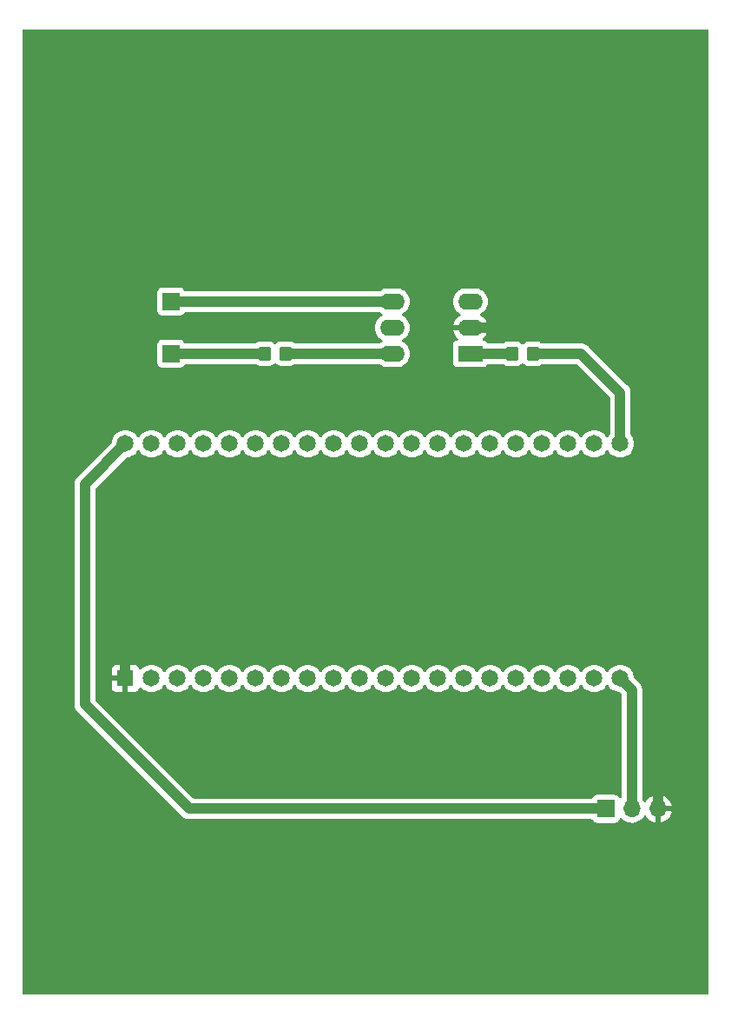
<source format=gbr>
%TF.GenerationSoftware,KiCad,Pcbnew,(6.0.5)*%
%TF.CreationDate,2022-05-25T12:11:17-03:00*%
%TF.ProjectId,PCB,5043422e-6b69-4636-9164-5f7063625858,rev?*%
%TF.SameCoordinates,Original*%
%TF.FileFunction,Copper,L2,Bot*%
%TF.FilePolarity,Positive*%
%FSLAX46Y46*%
G04 Gerber Fmt 4.6, Leading zero omitted, Abs format (unit mm)*
G04 Created by KiCad (PCBNEW (6.0.5)) date 2022-05-25 12:11:17*
%MOMM*%
%LPD*%
G01*
G04 APERTURE LIST*
G04 Aperture macros list*
%AMRoundRect*
0 Rectangle with rounded corners*
0 $1 Rounding radius*
0 $2 $3 $4 $5 $6 $7 $8 $9 X,Y pos of 4 corners*
0 Add a 4 corners polygon primitive as box body*
4,1,4,$2,$3,$4,$5,$6,$7,$8,$9,$2,$3,0*
0 Add four circle primitives for the rounded corners*
1,1,$1+$1,$2,$3*
1,1,$1+$1,$4,$5*
1,1,$1+$1,$6,$7*
1,1,$1+$1,$8,$9*
0 Add four rect primitives between the rounded corners*
20,1,$1+$1,$2,$3,$4,$5,0*
20,1,$1+$1,$4,$5,$6,$7,0*
20,1,$1+$1,$6,$7,$8,$9,0*
20,1,$1+$1,$8,$9,$2,$3,0*%
G04 Aperture macros list end*
%TA.AperFunction,ComponentPad*%
%ADD10R,1.650000X1.650000*%
%TD*%
%TA.AperFunction,ComponentPad*%
%ADD11C,1.650000*%
%TD*%
%TA.AperFunction,ComponentPad*%
%ADD12R,1.700000X1.700000*%
%TD*%
%TA.AperFunction,ComponentPad*%
%ADD13O,1.700000X1.700000*%
%TD*%
%TA.AperFunction,ComponentPad*%
%ADD14R,2.400000X1.600000*%
%TD*%
%TA.AperFunction,ComponentPad*%
%ADD15O,2.400000X1.600000*%
%TD*%
%TA.AperFunction,SMDPad,CuDef*%
%ADD16RoundRect,0.250000X0.350000X0.450000X-0.350000X0.450000X-0.350000X-0.450000X0.350000X-0.450000X0*%
%TD*%
%TA.AperFunction,Conductor*%
%ADD17C,1.000000*%
%TD*%
G04 APERTURE END LIST*
D10*
%TO.P,IC1,1,GND*%
%TO.N,GND*%
X143891000Y-124079000D03*
D11*
%TO.P,IC1,2,VIN*%
%TO.N,unconnected-(IC1-Pad2)*%
X146431000Y-124079000D03*
%TO.P,IC1,3,VBAT*%
%TO.N,unconnected-(IC1-Pad3)*%
X148971000Y-124079000D03*
%TO.P,IC1,4,IF_NRESET_EXT*%
%TO.N,unconnected-(IC1-Pad4)*%
X151511000Y-124079000D03*
%TO.P,IC1,5,DIP5*%
%TO.N,unconnected-(IC1-Pad5)*%
X154051000Y-124079000D03*
%TO.P,IC1,6,DIP6*%
%TO.N,unconnected-(IC1-Pad6)*%
X156591000Y-124079000D03*
%TO.P,IC1,7,DIP7*%
%TO.N,unconnected-(IC1-Pad7)*%
X159131000Y-124079000D03*
%TO.P,IC1,8,DIP8*%
%TO.N,unconnected-(IC1-Pad8)*%
X161671000Y-124079000D03*
%TO.P,IC1,9,DIP9*%
%TO.N,unconnected-(IC1-Pad9)*%
X164211000Y-124079000D03*
%TO.P,IC1,10,DIP10*%
%TO.N,unconnected-(IC1-Pad10)*%
X166751000Y-124079000D03*
%TO.P,IC1,11,DIP11*%
%TO.N,unconnected-(IC1-Pad11)*%
X169291000Y-124079000D03*
%TO.P,IC1,12,DIP12*%
%TO.N,unconnected-(IC1-Pad12)*%
X171831000Y-124079000D03*
%TO.P,IC1,13,DIP13*%
%TO.N,unconnected-(IC1-Pad13)*%
X174371000Y-124079000D03*
%TO.P,IC1,14,DIP14*%
%TO.N,unconnected-(IC1-Pad14)*%
X176911000Y-124079000D03*
%TO.P,IC1,15,DIP15*%
%TO.N,unconnected-(IC1-Pad15)*%
X179451000Y-124079000D03*
%TO.P,IC1,16,DIP16*%
%TO.N,unconnected-(IC1-Pad16)*%
X181991000Y-124079000D03*
%TO.P,IC1,17,DIP17*%
%TO.N,unconnected-(IC1-Pad17)*%
X184531000Y-124079000D03*
%TO.P,IC1,18,DIP18*%
%TO.N,unconnected-(IC1-Pad18)*%
X187071000Y-124079000D03*
%TO.P,IC1,19,DIP19*%
%TO.N,unconnected-(IC1-Pad19)*%
X189611000Y-124079000D03*
%TO.P,IC1,20,DIP20*%
%TO.N,Net-(J1-Pad2)*%
X192151000Y-124079000D03*
%TO.P,IC1,21,DIP21*%
%TO.N,/PWM*%
X192151000Y-101219000D03*
%TO.P,IC1,22,DIP22*%
%TO.N,unconnected-(IC1-Pad22)*%
X189611000Y-101219000D03*
%TO.P,IC1,23,DIP23*%
%TO.N,unconnected-(IC1-Pad23)*%
X187071000Y-101219000D03*
%TO.P,IC1,24,DIP24*%
%TO.N,unconnected-(IC1-Pad24)*%
X184531000Y-101219000D03*
%TO.P,IC1,25,DIP25*%
%TO.N,unconnected-(IC1-Pad25)*%
X181991000Y-101219000D03*
%TO.P,IC1,26,DIP26*%
%TO.N,unconnected-(IC1-Pad26)*%
X179451000Y-101219000D03*
%TO.P,IC1,27,DIP27*%
%TO.N,unconnected-(IC1-Pad27)*%
X176911000Y-101219000D03*
%TO.P,IC1,28,DIP28*%
%TO.N,unconnected-(IC1-Pad28)*%
X174371000Y-101219000D03*
%TO.P,IC1,29,DIP29*%
%TO.N,unconnected-(IC1-Pad29)*%
X171831000Y-101219000D03*
%TO.P,IC1,30,DIP30*%
%TO.N,unconnected-(IC1-Pad30)*%
X169291000Y-101219000D03*
%TO.P,IC1,31,TGT_D+*%
%TO.N,unconnected-(IC1-Pad31)*%
X166751000Y-101219000D03*
%TO.P,IC1,32,TGT_D-*%
%TO.N,unconnected-(IC1-Pad32)*%
X164211000Y-101219000D03*
%TO.P,IC1,33,TD+*%
%TO.N,unconnected-(IC1-Pad33)*%
X161671000Y-101219000D03*
%TO.P,IC1,34,TD-*%
%TO.N,unconnected-(IC1-Pad34)*%
X159131000Y-101219000D03*
%TO.P,IC1,35,RD+*%
%TO.N,unconnected-(IC1-Pad35)*%
X156591000Y-101219000D03*
%TO.P,IC1,36,RD-*%
%TO.N,unconnected-(IC1-Pad36)*%
X154051000Y-101219000D03*
%TO.P,IC1,37,IF_D+*%
%TO.N,unconnected-(IC1-Pad37)*%
X151511000Y-101219000D03*
%TO.P,IC1,38,IF_D-*%
%TO.N,unconnected-(IC1-Pad38)*%
X148971000Y-101219000D03*
%TO.P,IC1,39,+5V*%
%TO.N,unconnected-(IC1-Pad39)*%
X146431000Y-101219000D03*
%TO.P,IC1,40,EXT_3V3*%
%TO.N,VCC*%
X143891000Y-101219000D03*
%TD*%
D12*
%TO.P,J4,1,Pin_1*%
%TO.N,Net-(J4-Pad1)*%
X148338000Y-87366000D03*
%TD*%
%TO.P,J3,1,Pin_1*%
%TO.N,Net-(R2-Pad2)*%
X148338000Y-92446000D03*
%TD*%
%TO.P,J1,1,Pin_1*%
%TO.N,VCC*%
X190746000Y-136779000D03*
D13*
%TO.P,J1,2,Pin_2*%
%TO.N,Net-(J1-Pad2)*%
X193286000Y-136779000D03*
%TO.P,J1,3,Pin_3*%
%TO.N,GND*%
X195826000Y-136779000D03*
%TD*%
D14*
%TO.P,U1,1*%
%TO.N,Net-(R1-Pad2)*%
X177538000Y-92456000D03*
D15*
%TO.P,U1,2*%
%TO.N,GND*%
X177538000Y-89916000D03*
%TO.P,U1,3,NC*%
%TO.N,unconnected-(U1-Pad3)*%
X177538000Y-87376000D03*
%TO.P,U1,4*%
%TO.N,Net-(J4-Pad1)*%
X169918000Y-87376000D03*
%TO.P,U1,5,NC*%
%TO.N,unconnected-(U1-Pad5)*%
X169918000Y-89916000D03*
%TO.P,U1,6*%
%TO.N,Net-(R2-Pad1)*%
X169918000Y-92456000D03*
%TD*%
D16*
%TO.P,R2,1*%
%TO.N,Net-(R2-Pad1)*%
X159498000Y-92446000D03*
%TO.P,R2,2*%
%TO.N,Net-(R2-Pad2)*%
X157498000Y-92446000D03*
%TD*%
%TO.P,R1,1*%
%TO.N,/PWM*%
X183618000Y-92456000D03*
%TO.P,R1,2*%
%TO.N,Net-(R1-Pad2)*%
X181618000Y-92456000D03*
%TD*%
D17*
%TO.N,GND*%
X143891000Y-117594000D02*
X143891000Y-124079000D01*
%TO.N,Net-(J4-Pad1)*%
X148338000Y-87366000D02*
X169908000Y-87366000D01*
X169908000Y-87366000D02*
X169918000Y-87376000D01*
%TO.N,Net-(R2-Pad1)*%
X159498000Y-92446000D02*
X159508000Y-92456000D01*
X159508000Y-92456000D02*
X169918000Y-92456000D01*
%TO.N,Net-(R1-Pad2)*%
X177538000Y-92456000D02*
X181618000Y-92456000D01*
%TO.N,Net-(J1-Pad2)*%
X193286000Y-125214000D02*
X192151000Y-124079000D01*
X193286000Y-136779000D02*
X193286000Y-125214000D01*
%TO.N,/PWM*%
X192151000Y-96266000D02*
X192151000Y-101219000D01*
X188341000Y-92456000D02*
X192151000Y-96266000D01*
X183618000Y-92456000D02*
X188341000Y-92456000D01*
%TO.N,GND*%
X145026000Y-116459000D02*
X143891000Y-117594000D01*
%TO.N,VCC*%
X139946000Y-105164000D02*
X143891000Y-101219000D01*
X139946000Y-126619000D02*
X139946000Y-105164000D01*
%TO.N,GND*%
X189603000Y-89916000D02*
X177538000Y-89916000D01*
X195826000Y-118999000D02*
X195826000Y-96139000D01*
X195826000Y-96139000D02*
X189603000Y-89916000D01*
%TO.N,VCC*%
X150106000Y-136779000D02*
X139946000Y-126619000D01*
X190746000Y-136779000D02*
X150106000Y-136779000D01*
%TO.N,GND*%
X195826000Y-118999000D02*
X193286000Y-116459000D01*
X193286000Y-116459000D02*
X145026000Y-116459000D01*
X195826000Y-136779000D02*
X195826000Y-118999000D01*
%TO.N,Net-(R2-Pad2)*%
X157498000Y-92446000D02*
X148338000Y-92446000D01*
%TD*%
%TA.AperFunction,Conductor*%
%TO.N,GND*%
G36*
X176359495Y-60856331D02*
G01*
X200660520Y-60859907D01*
X200728636Y-60879919D01*
X200775121Y-60933582D01*
X200786500Y-60985907D01*
X200786500Y-154724093D01*
X200766498Y-154792214D01*
X200712842Y-154838707D01*
X200660521Y-154850093D01*
X176359494Y-154853669D01*
X133984519Y-154859906D01*
X133916395Y-154839914D01*
X133869894Y-154786265D01*
X133858500Y-154733906D01*
X133858500Y-105160462D01*
X138932626Y-105160462D01*
X138933206Y-105166593D01*
X138936941Y-105206109D01*
X138937500Y-105217967D01*
X138937500Y-126557157D01*
X138936763Y-126570764D01*
X138932676Y-126608388D01*
X138933213Y-126614523D01*
X138937050Y-126658388D01*
X138937379Y-126663214D01*
X138937500Y-126665686D01*
X138937500Y-126668769D01*
X138937801Y-126671837D01*
X138941690Y-126711506D01*
X138941812Y-126712819D01*
X138949913Y-126805413D01*
X138951400Y-126810532D01*
X138951920Y-126815833D01*
X138978791Y-126904834D01*
X138979126Y-126905967D01*
X139005091Y-126995336D01*
X139007544Y-127000068D01*
X139009084Y-127005169D01*
X139011978Y-127010612D01*
X139052731Y-127087260D01*
X139053343Y-127088426D01*
X139096108Y-127170926D01*
X139099431Y-127175089D01*
X139101934Y-127179796D01*
X139160755Y-127251918D01*
X139161446Y-127252774D01*
X139192738Y-127291973D01*
X139195242Y-127294477D01*
X139195884Y-127295195D01*
X139199585Y-127299528D01*
X139226935Y-127333062D01*
X139231682Y-127336989D01*
X139231684Y-127336991D01*
X139262262Y-127362287D01*
X139271042Y-127370277D01*
X149349145Y-137448379D01*
X149358247Y-137458522D01*
X149381968Y-137488025D01*
X149386696Y-137491992D01*
X149420421Y-137520291D01*
X149424069Y-137523472D01*
X149425881Y-137525115D01*
X149428075Y-137527309D01*
X149461349Y-137554642D01*
X149462147Y-137555304D01*
X149533474Y-137615154D01*
X149538144Y-137617722D01*
X149542261Y-137621103D01*
X149619446Y-137662489D01*
X149624120Y-137664995D01*
X149625280Y-137665624D01*
X149701389Y-137707466D01*
X149701394Y-137707468D01*
X149706787Y-137710433D01*
X149711865Y-137712044D01*
X149716563Y-137714563D01*
X149805498Y-137741753D01*
X149806702Y-137742128D01*
X149895306Y-137770235D01*
X149900597Y-137770828D01*
X149905698Y-137772388D01*
X149911830Y-137773011D01*
X149911836Y-137773012D01*
X149972338Y-137779157D01*
X149998263Y-137781790D01*
X149999450Y-137781916D01*
X150028838Y-137785213D01*
X150045730Y-137787108D01*
X150045735Y-137787108D01*
X150049227Y-137787500D01*
X150052752Y-137787500D01*
X150053737Y-137787555D01*
X150059432Y-137788003D01*
X150071342Y-137789213D01*
X150096334Y-137791752D01*
X150096339Y-137791752D01*
X150102462Y-137792374D01*
X150148111Y-137788059D01*
X150159968Y-137787500D01*
X189324991Y-137787500D01*
X189393112Y-137807502D01*
X189439605Y-137861158D01*
X189441903Y-137866694D01*
X189442232Y-137867296D01*
X189445385Y-137875705D01*
X189532739Y-137992261D01*
X189649295Y-138079615D01*
X189785684Y-138130745D01*
X189847866Y-138137500D01*
X191644134Y-138137500D01*
X191706316Y-138130745D01*
X191842705Y-138079615D01*
X191959261Y-137992261D01*
X192046615Y-137875705D01*
X192068799Y-137816529D01*
X192090598Y-137758382D01*
X192133240Y-137701618D01*
X192199802Y-137676918D01*
X192269150Y-137692126D01*
X192303817Y-137720114D01*
X192332250Y-137752938D01*
X192504126Y-137895632D01*
X192697000Y-138008338D01*
X192905692Y-138088030D01*
X192910760Y-138089061D01*
X192910763Y-138089062D01*
X193005862Y-138108410D01*
X193124597Y-138132567D01*
X193129772Y-138132757D01*
X193129774Y-138132757D01*
X193342673Y-138140564D01*
X193342677Y-138140564D01*
X193347837Y-138140753D01*
X193352957Y-138140097D01*
X193352959Y-138140097D01*
X193564288Y-138113025D01*
X193564289Y-138113025D01*
X193569416Y-138112368D01*
X193574366Y-138110883D01*
X193778429Y-138049661D01*
X193778434Y-138049659D01*
X193783384Y-138048174D01*
X193983994Y-137949896D01*
X194165860Y-137820173D01*
X194178576Y-137807502D01*
X194274170Y-137712241D01*
X194324096Y-137662489D01*
X194358110Y-137615154D01*
X194454453Y-137481077D01*
X194455640Y-137481930D01*
X194502960Y-137438362D01*
X194572897Y-137426145D01*
X194638338Y-137453678D01*
X194666166Y-137485511D01*
X194723694Y-137579388D01*
X194729777Y-137587699D01*
X194869213Y-137748667D01*
X194876580Y-137755883D01*
X195040434Y-137891916D01*
X195048881Y-137897831D01*
X195232756Y-138005279D01*
X195242042Y-138009729D01*
X195441001Y-138085703D01*
X195450899Y-138088579D01*
X195554250Y-138109606D01*
X195568299Y-138108410D01*
X195572000Y-138098065D01*
X195572000Y-138097517D01*
X196080000Y-138097517D01*
X196084064Y-138111359D01*
X196097478Y-138113393D01*
X196104184Y-138112534D01*
X196114262Y-138110392D01*
X196318255Y-138049191D01*
X196327842Y-138045433D01*
X196519095Y-137951739D01*
X196527945Y-137946464D01*
X196701328Y-137822792D01*
X196709200Y-137816139D01*
X196860052Y-137665812D01*
X196866730Y-137657965D01*
X196991003Y-137485020D01*
X196996313Y-137476183D01*
X197090670Y-137285267D01*
X197094469Y-137275672D01*
X197156377Y-137071910D01*
X197158555Y-137061837D01*
X197159986Y-137050962D01*
X197157775Y-137036778D01*
X197144617Y-137033000D01*
X196098115Y-137033000D01*
X196082876Y-137037475D01*
X196081671Y-137038865D01*
X196080000Y-137046548D01*
X196080000Y-138097517D01*
X195572000Y-138097517D01*
X195572000Y-136506885D01*
X196080000Y-136506885D01*
X196084475Y-136522124D01*
X196085865Y-136523329D01*
X196093548Y-136525000D01*
X197144344Y-136525000D01*
X197157875Y-136521027D01*
X197159180Y-136511947D01*
X197117214Y-136344875D01*
X197113894Y-136335124D01*
X197028972Y-136139814D01*
X197024105Y-136130739D01*
X196908426Y-135951926D01*
X196902136Y-135943757D01*
X196758806Y-135786240D01*
X196751273Y-135779215D01*
X196584139Y-135647222D01*
X196575552Y-135641517D01*
X196389117Y-135538599D01*
X196379705Y-135534369D01*
X196178959Y-135463280D01*
X196168988Y-135460646D01*
X196097837Y-135447972D01*
X196084540Y-135449432D01*
X196080000Y-135463989D01*
X196080000Y-136506885D01*
X195572000Y-136506885D01*
X195572000Y-135462102D01*
X195568082Y-135448758D01*
X195553806Y-135446771D01*
X195515324Y-135452660D01*
X195505288Y-135455051D01*
X195302868Y-135521212D01*
X195293359Y-135525209D01*
X195104463Y-135623542D01*
X195095738Y-135629036D01*
X194925433Y-135756905D01*
X194917726Y-135763748D01*
X194770590Y-135917717D01*
X194764109Y-135925722D01*
X194659498Y-136079074D01*
X194604587Y-136124076D01*
X194534062Y-136132247D01*
X194470315Y-136100993D01*
X194449618Y-136076509D01*
X194440568Y-136062520D01*
X194366014Y-135947277D01*
X194362532Y-135943450D01*
X194327306Y-135904737D01*
X194296254Y-135840891D01*
X194294500Y-135819938D01*
X194294500Y-125275840D01*
X194295237Y-125262232D01*
X194298659Y-125230736D01*
X194298659Y-125230732D01*
X194299324Y-125224611D01*
X194294950Y-125174609D01*
X194294621Y-125169784D01*
X194294500Y-125167313D01*
X194294500Y-125164231D01*
X194290309Y-125121489D01*
X194290187Y-125120174D01*
X194282623Y-125033719D01*
X194282087Y-125027587D01*
X194280600Y-125022468D01*
X194280080Y-125017167D01*
X194253218Y-124928194D01*
X194252862Y-124926994D01*
X194226909Y-124837663D01*
X194224455Y-124832929D01*
X194222916Y-124827831D01*
X194179316Y-124745831D01*
X194178702Y-124744663D01*
X194138726Y-124667541D01*
X194138725Y-124667540D01*
X194135892Y-124662074D01*
X194132569Y-124657911D01*
X194130066Y-124653204D01*
X194071263Y-124581105D01*
X194070500Y-124580160D01*
X194039261Y-124541027D01*
X194036770Y-124538536D01*
X194036120Y-124537809D01*
X194032408Y-124533463D01*
X194008955Y-124504708D01*
X194005065Y-124499938D01*
X194000323Y-124496015D01*
X194000321Y-124496013D01*
X193969727Y-124470703D01*
X193960947Y-124462713D01*
X193513620Y-124015386D01*
X193479594Y-123953074D01*
X193477194Y-123937272D01*
X193469737Y-123852035D01*
X193469258Y-123846556D01*
X193408867Y-123621174D01*
X193341127Y-123475905D01*
X193312582Y-123414690D01*
X193312579Y-123414685D01*
X193310256Y-123409703D01*
X193176422Y-123218568D01*
X193011432Y-123053578D01*
X193006924Y-123050421D01*
X193006921Y-123050419D01*
X192824806Y-122922901D01*
X192824804Y-122922900D01*
X192820297Y-122919744D01*
X192815315Y-122917421D01*
X192815310Y-122917418D01*
X192613808Y-122823456D01*
X192613806Y-122823455D01*
X192608826Y-122821133D01*
X192603518Y-122819711D01*
X192603516Y-122819710D01*
X192388759Y-122762166D01*
X192388757Y-122762166D01*
X192383444Y-122760742D01*
X192151000Y-122740406D01*
X191918556Y-122760742D01*
X191913243Y-122762166D01*
X191913241Y-122762166D01*
X191698484Y-122819710D01*
X191698482Y-122819711D01*
X191693174Y-122821133D01*
X191688194Y-122823455D01*
X191688192Y-122823456D01*
X191486690Y-122917418D01*
X191486685Y-122917421D01*
X191481703Y-122919744D01*
X191477196Y-122922900D01*
X191477194Y-122922901D01*
X191295079Y-123050419D01*
X191295076Y-123050421D01*
X191290568Y-123053578D01*
X191125578Y-123218568D01*
X190991744Y-123409703D01*
X190989877Y-123413707D01*
X190938736Y-123462469D01*
X190869023Y-123475905D01*
X190803112Y-123449518D01*
X190772172Y-123413812D01*
X190770256Y-123409703D01*
X190636422Y-123218568D01*
X190471432Y-123053578D01*
X190466924Y-123050421D01*
X190466921Y-123050419D01*
X190284806Y-122922901D01*
X190284804Y-122922900D01*
X190280297Y-122919744D01*
X190275315Y-122917421D01*
X190275310Y-122917418D01*
X190073808Y-122823456D01*
X190073806Y-122823455D01*
X190068826Y-122821133D01*
X190063518Y-122819711D01*
X190063516Y-122819710D01*
X189848759Y-122762166D01*
X189848757Y-122762166D01*
X189843444Y-122760742D01*
X189611000Y-122740406D01*
X189378556Y-122760742D01*
X189373243Y-122762166D01*
X189373241Y-122762166D01*
X189158484Y-122819710D01*
X189158482Y-122819711D01*
X189153174Y-122821133D01*
X189148194Y-122823455D01*
X189148192Y-122823456D01*
X188946690Y-122917418D01*
X188946685Y-122917421D01*
X188941703Y-122919744D01*
X188937196Y-122922900D01*
X188937194Y-122922901D01*
X188755079Y-123050419D01*
X188755076Y-123050421D01*
X188750568Y-123053578D01*
X188585578Y-123218568D01*
X188451744Y-123409703D01*
X188449877Y-123413707D01*
X188398736Y-123462469D01*
X188329023Y-123475905D01*
X188263112Y-123449518D01*
X188232172Y-123413812D01*
X188230256Y-123409703D01*
X188096422Y-123218568D01*
X187931432Y-123053578D01*
X187926924Y-123050421D01*
X187926921Y-123050419D01*
X187744806Y-122922901D01*
X187744804Y-122922900D01*
X187740297Y-122919744D01*
X187735315Y-122917421D01*
X187735310Y-122917418D01*
X187533808Y-122823456D01*
X187533806Y-122823455D01*
X187528826Y-122821133D01*
X187523518Y-122819711D01*
X187523516Y-122819710D01*
X187308759Y-122762166D01*
X187308757Y-122762166D01*
X187303444Y-122760742D01*
X187071000Y-122740406D01*
X186838556Y-122760742D01*
X186833243Y-122762166D01*
X186833241Y-122762166D01*
X186618484Y-122819710D01*
X186618482Y-122819711D01*
X186613174Y-122821133D01*
X186608194Y-122823455D01*
X186608192Y-122823456D01*
X186406690Y-122917418D01*
X186406685Y-122917421D01*
X186401703Y-122919744D01*
X186397196Y-122922900D01*
X186397194Y-122922901D01*
X186215079Y-123050419D01*
X186215076Y-123050421D01*
X186210568Y-123053578D01*
X186045578Y-123218568D01*
X185911744Y-123409703D01*
X185909877Y-123413707D01*
X185858736Y-123462469D01*
X185789023Y-123475905D01*
X185723112Y-123449518D01*
X185692172Y-123413812D01*
X185690256Y-123409703D01*
X185556422Y-123218568D01*
X185391432Y-123053578D01*
X185386924Y-123050421D01*
X185386921Y-123050419D01*
X185204806Y-122922901D01*
X185204804Y-122922900D01*
X185200297Y-122919744D01*
X185195315Y-122917421D01*
X185195310Y-122917418D01*
X184993808Y-122823456D01*
X184993806Y-122823455D01*
X184988826Y-122821133D01*
X184983518Y-122819711D01*
X184983516Y-122819710D01*
X184768759Y-122762166D01*
X184768757Y-122762166D01*
X184763444Y-122760742D01*
X184531000Y-122740406D01*
X184298556Y-122760742D01*
X184293243Y-122762166D01*
X184293241Y-122762166D01*
X184078484Y-122819710D01*
X184078482Y-122819711D01*
X184073174Y-122821133D01*
X184068194Y-122823455D01*
X184068192Y-122823456D01*
X183866690Y-122917418D01*
X183866685Y-122917421D01*
X183861703Y-122919744D01*
X183857196Y-122922900D01*
X183857194Y-122922901D01*
X183675079Y-123050419D01*
X183675076Y-123050421D01*
X183670568Y-123053578D01*
X183505578Y-123218568D01*
X183371744Y-123409703D01*
X183369877Y-123413707D01*
X183318736Y-123462469D01*
X183249023Y-123475905D01*
X183183112Y-123449518D01*
X183152172Y-123413812D01*
X183150256Y-123409703D01*
X183016422Y-123218568D01*
X182851432Y-123053578D01*
X182846924Y-123050421D01*
X182846921Y-123050419D01*
X182664806Y-122922901D01*
X182664804Y-122922900D01*
X182660297Y-122919744D01*
X182655315Y-122917421D01*
X182655310Y-122917418D01*
X182453808Y-122823456D01*
X182453806Y-122823455D01*
X182448826Y-122821133D01*
X182443518Y-122819711D01*
X182443516Y-122819710D01*
X182228759Y-122762166D01*
X182228757Y-122762166D01*
X182223444Y-122760742D01*
X181991000Y-122740406D01*
X181758556Y-122760742D01*
X181753243Y-122762166D01*
X181753241Y-122762166D01*
X181538484Y-122819710D01*
X181538482Y-122819711D01*
X181533174Y-122821133D01*
X181528194Y-122823455D01*
X181528192Y-122823456D01*
X181326690Y-122917418D01*
X181326685Y-122917421D01*
X181321703Y-122919744D01*
X181317196Y-122922900D01*
X181317194Y-122922901D01*
X181135079Y-123050419D01*
X181135076Y-123050421D01*
X181130568Y-123053578D01*
X180965578Y-123218568D01*
X180831744Y-123409703D01*
X180829877Y-123413707D01*
X180778736Y-123462469D01*
X180709023Y-123475905D01*
X180643112Y-123449518D01*
X180612172Y-123413812D01*
X180610256Y-123409703D01*
X180476422Y-123218568D01*
X180311432Y-123053578D01*
X180306924Y-123050421D01*
X180306921Y-123050419D01*
X180124806Y-122922901D01*
X180124804Y-122922900D01*
X180120297Y-122919744D01*
X180115315Y-122917421D01*
X180115310Y-122917418D01*
X179913808Y-122823456D01*
X179913806Y-122823455D01*
X179908826Y-122821133D01*
X179903518Y-122819711D01*
X179903516Y-122819710D01*
X179688759Y-122762166D01*
X179688757Y-122762166D01*
X179683444Y-122760742D01*
X179451000Y-122740406D01*
X179218556Y-122760742D01*
X179213243Y-122762166D01*
X179213241Y-122762166D01*
X178998484Y-122819710D01*
X178998482Y-122819711D01*
X178993174Y-122821133D01*
X178988194Y-122823455D01*
X178988192Y-122823456D01*
X178786690Y-122917418D01*
X178786685Y-122917421D01*
X178781703Y-122919744D01*
X178777196Y-122922900D01*
X178777194Y-122922901D01*
X178595079Y-123050419D01*
X178595076Y-123050421D01*
X178590568Y-123053578D01*
X178425578Y-123218568D01*
X178291744Y-123409703D01*
X178289877Y-123413707D01*
X178238736Y-123462469D01*
X178169023Y-123475905D01*
X178103112Y-123449518D01*
X178072172Y-123413812D01*
X178070256Y-123409703D01*
X177936422Y-123218568D01*
X177771432Y-123053578D01*
X177766924Y-123050421D01*
X177766921Y-123050419D01*
X177584806Y-122922901D01*
X177584804Y-122922900D01*
X177580297Y-122919744D01*
X177575315Y-122917421D01*
X177575310Y-122917418D01*
X177373808Y-122823456D01*
X177373806Y-122823455D01*
X177368826Y-122821133D01*
X177363518Y-122819711D01*
X177363516Y-122819710D01*
X177148759Y-122762166D01*
X177148757Y-122762166D01*
X177143444Y-122760742D01*
X176911000Y-122740406D01*
X176678556Y-122760742D01*
X176673243Y-122762166D01*
X176673241Y-122762166D01*
X176458484Y-122819710D01*
X176458482Y-122819711D01*
X176453174Y-122821133D01*
X176448194Y-122823455D01*
X176448192Y-122823456D01*
X176246690Y-122917418D01*
X176246685Y-122917421D01*
X176241703Y-122919744D01*
X176237196Y-122922900D01*
X176237194Y-122922901D01*
X176055079Y-123050419D01*
X176055076Y-123050421D01*
X176050568Y-123053578D01*
X175885578Y-123218568D01*
X175751744Y-123409703D01*
X175749877Y-123413707D01*
X175698736Y-123462469D01*
X175629023Y-123475905D01*
X175563112Y-123449518D01*
X175532172Y-123413812D01*
X175530256Y-123409703D01*
X175396422Y-123218568D01*
X175231432Y-123053578D01*
X175226924Y-123050421D01*
X175226921Y-123050419D01*
X175044806Y-122922901D01*
X175044804Y-122922900D01*
X175040297Y-122919744D01*
X175035315Y-122917421D01*
X175035310Y-122917418D01*
X174833808Y-122823456D01*
X174833806Y-122823455D01*
X174828826Y-122821133D01*
X174823518Y-122819711D01*
X174823516Y-122819710D01*
X174608759Y-122762166D01*
X174608757Y-122762166D01*
X174603444Y-122760742D01*
X174371000Y-122740406D01*
X174138556Y-122760742D01*
X174133243Y-122762166D01*
X174133241Y-122762166D01*
X173918484Y-122819710D01*
X173918482Y-122819711D01*
X173913174Y-122821133D01*
X173908194Y-122823455D01*
X173908192Y-122823456D01*
X173706690Y-122917418D01*
X173706685Y-122917421D01*
X173701703Y-122919744D01*
X173697196Y-122922900D01*
X173697194Y-122922901D01*
X173515079Y-123050419D01*
X173515076Y-123050421D01*
X173510568Y-123053578D01*
X173345578Y-123218568D01*
X173211744Y-123409703D01*
X173209877Y-123413707D01*
X173158736Y-123462469D01*
X173089023Y-123475905D01*
X173023112Y-123449518D01*
X172992172Y-123413812D01*
X172990256Y-123409703D01*
X172856422Y-123218568D01*
X172691432Y-123053578D01*
X172686924Y-123050421D01*
X172686921Y-123050419D01*
X172504806Y-122922901D01*
X172504804Y-122922900D01*
X172500297Y-122919744D01*
X172495315Y-122917421D01*
X172495310Y-122917418D01*
X172293808Y-122823456D01*
X172293806Y-122823455D01*
X172288826Y-122821133D01*
X172283518Y-122819711D01*
X172283516Y-122819710D01*
X172068759Y-122762166D01*
X172068757Y-122762166D01*
X172063444Y-122760742D01*
X171831000Y-122740406D01*
X171598556Y-122760742D01*
X171593243Y-122762166D01*
X171593241Y-122762166D01*
X171378484Y-122819710D01*
X171378482Y-122819711D01*
X171373174Y-122821133D01*
X171368194Y-122823455D01*
X171368192Y-122823456D01*
X171166690Y-122917418D01*
X171166685Y-122917421D01*
X171161703Y-122919744D01*
X171157196Y-122922900D01*
X171157194Y-122922901D01*
X170975079Y-123050419D01*
X170975076Y-123050421D01*
X170970568Y-123053578D01*
X170805578Y-123218568D01*
X170671744Y-123409703D01*
X170669877Y-123413707D01*
X170618736Y-123462469D01*
X170549023Y-123475905D01*
X170483112Y-123449518D01*
X170452172Y-123413812D01*
X170450256Y-123409703D01*
X170316422Y-123218568D01*
X170151432Y-123053578D01*
X170146924Y-123050421D01*
X170146921Y-123050419D01*
X169964806Y-122922901D01*
X169964804Y-122922900D01*
X169960297Y-122919744D01*
X169955315Y-122917421D01*
X169955310Y-122917418D01*
X169753808Y-122823456D01*
X169753806Y-122823455D01*
X169748826Y-122821133D01*
X169743518Y-122819711D01*
X169743516Y-122819710D01*
X169528759Y-122762166D01*
X169528757Y-122762166D01*
X169523444Y-122760742D01*
X169291000Y-122740406D01*
X169058556Y-122760742D01*
X169053243Y-122762166D01*
X169053241Y-122762166D01*
X168838484Y-122819710D01*
X168838482Y-122819711D01*
X168833174Y-122821133D01*
X168828194Y-122823455D01*
X168828192Y-122823456D01*
X168626690Y-122917418D01*
X168626685Y-122917421D01*
X168621703Y-122919744D01*
X168617196Y-122922900D01*
X168617194Y-122922901D01*
X168435079Y-123050419D01*
X168435076Y-123050421D01*
X168430568Y-123053578D01*
X168265578Y-123218568D01*
X168131744Y-123409703D01*
X168129877Y-123413707D01*
X168078736Y-123462469D01*
X168009023Y-123475905D01*
X167943112Y-123449518D01*
X167912172Y-123413812D01*
X167910256Y-123409703D01*
X167776422Y-123218568D01*
X167611432Y-123053578D01*
X167606924Y-123050421D01*
X167606921Y-123050419D01*
X167424806Y-122922901D01*
X167424804Y-122922900D01*
X167420297Y-122919744D01*
X167415315Y-122917421D01*
X167415310Y-122917418D01*
X167213808Y-122823456D01*
X167213806Y-122823455D01*
X167208826Y-122821133D01*
X167203518Y-122819711D01*
X167203516Y-122819710D01*
X166988759Y-122762166D01*
X166988757Y-122762166D01*
X166983444Y-122760742D01*
X166751000Y-122740406D01*
X166518556Y-122760742D01*
X166513243Y-122762166D01*
X166513241Y-122762166D01*
X166298484Y-122819710D01*
X166298482Y-122819711D01*
X166293174Y-122821133D01*
X166288194Y-122823455D01*
X166288192Y-122823456D01*
X166086690Y-122917418D01*
X166086685Y-122917421D01*
X166081703Y-122919744D01*
X166077196Y-122922900D01*
X166077194Y-122922901D01*
X165895079Y-123050419D01*
X165895076Y-123050421D01*
X165890568Y-123053578D01*
X165725578Y-123218568D01*
X165591744Y-123409703D01*
X165589877Y-123413707D01*
X165538736Y-123462469D01*
X165469023Y-123475905D01*
X165403112Y-123449518D01*
X165372172Y-123413812D01*
X165370256Y-123409703D01*
X165236422Y-123218568D01*
X165071432Y-123053578D01*
X165066924Y-123050421D01*
X165066921Y-123050419D01*
X164884806Y-122922901D01*
X164884804Y-122922900D01*
X164880297Y-122919744D01*
X164875315Y-122917421D01*
X164875310Y-122917418D01*
X164673808Y-122823456D01*
X164673806Y-122823455D01*
X164668826Y-122821133D01*
X164663518Y-122819711D01*
X164663516Y-122819710D01*
X164448759Y-122762166D01*
X164448757Y-122762166D01*
X164443444Y-122760742D01*
X164211000Y-122740406D01*
X163978556Y-122760742D01*
X163973243Y-122762166D01*
X163973241Y-122762166D01*
X163758484Y-122819710D01*
X163758482Y-122819711D01*
X163753174Y-122821133D01*
X163748194Y-122823455D01*
X163748192Y-122823456D01*
X163546690Y-122917418D01*
X163546685Y-122917421D01*
X163541703Y-122919744D01*
X163537196Y-122922900D01*
X163537194Y-122922901D01*
X163355079Y-123050419D01*
X163355076Y-123050421D01*
X163350568Y-123053578D01*
X163185578Y-123218568D01*
X163051744Y-123409703D01*
X163049877Y-123413707D01*
X162998736Y-123462469D01*
X162929023Y-123475905D01*
X162863112Y-123449518D01*
X162832172Y-123413812D01*
X162830256Y-123409703D01*
X162696422Y-123218568D01*
X162531432Y-123053578D01*
X162526924Y-123050421D01*
X162526921Y-123050419D01*
X162344806Y-122922901D01*
X162344804Y-122922900D01*
X162340297Y-122919744D01*
X162335315Y-122917421D01*
X162335310Y-122917418D01*
X162133808Y-122823456D01*
X162133806Y-122823455D01*
X162128826Y-122821133D01*
X162123518Y-122819711D01*
X162123516Y-122819710D01*
X161908759Y-122762166D01*
X161908757Y-122762166D01*
X161903444Y-122760742D01*
X161671000Y-122740406D01*
X161438556Y-122760742D01*
X161433243Y-122762166D01*
X161433241Y-122762166D01*
X161218484Y-122819710D01*
X161218482Y-122819711D01*
X161213174Y-122821133D01*
X161208194Y-122823455D01*
X161208192Y-122823456D01*
X161006690Y-122917418D01*
X161006685Y-122917421D01*
X161001703Y-122919744D01*
X160997196Y-122922900D01*
X160997194Y-122922901D01*
X160815079Y-123050419D01*
X160815076Y-123050421D01*
X160810568Y-123053578D01*
X160645578Y-123218568D01*
X160511744Y-123409703D01*
X160509877Y-123413707D01*
X160458736Y-123462469D01*
X160389023Y-123475905D01*
X160323112Y-123449518D01*
X160292172Y-123413812D01*
X160290256Y-123409703D01*
X160156422Y-123218568D01*
X159991432Y-123053578D01*
X159986924Y-123050421D01*
X159986921Y-123050419D01*
X159804806Y-122922901D01*
X159804804Y-122922900D01*
X159800297Y-122919744D01*
X159795315Y-122917421D01*
X159795310Y-122917418D01*
X159593808Y-122823456D01*
X159593806Y-122823455D01*
X159588826Y-122821133D01*
X159583518Y-122819711D01*
X159583516Y-122819710D01*
X159368759Y-122762166D01*
X159368757Y-122762166D01*
X159363444Y-122760742D01*
X159131000Y-122740406D01*
X158898556Y-122760742D01*
X158893243Y-122762166D01*
X158893241Y-122762166D01*
X158678484Y-122819710D01*
X158678482Y-122819711D01*
X158673174Y-122821133D01*
X158668194Y-122823455D01*
X158668192Y-122823456D01*
X158466690Y-122917418D01*
X158466685Y-122917421D01*
X158461703Y-122919744D01*
X158457196Y-122922900D01*
X158457194Y-122922901D01*
X158275079Y-123050419D01*
X158275076Y-123050421D01*
X158270568Y-123053578D01*
X158105578Y-123218568D01*
X157971744Y-123409703D01*
X157969877Y-123413707D01*
X157918736Y-123462469D01*
X157849023Y-123475905D01*
X157783112Y-123449518D01*
X157752172Y-123413812D01*
X157750256Y-123409703D01*
X157616422Y-123218568D01*
X157451432Y-123053578D01*
X157446924Y-123050421D01*
X157446921Y-123050419D01*
X157264806Y-122922901D01*
X157264804Y-122922900D01*
X157260297Y-122919744D01*
X157255315Y-122917421D01*
X157255310Y-122917418D01*
X157053808Y-122823456D01*
X157053806Y-122823455D01*
X157048826Y-122821133D01*
X157043518Y-122819711D01*
X157043516Y-122819710D01*
X156828759Y-122762166D01*
X156828757Y-122762166D01*
X156823444Y-122760742D01*
X156591000Y-122740406D01*
X156358556Y-122760742D01*
X156353243Y-122762166D01*
X156353241Y-122762166D01*
X156138484Y-122819710D01*
X156138482Y-122819711D01*
X156133174Y-122821133D01*
X156128194Y-122823455D01*
X156128192Y-122823456D01*
X155926690Y-122917418D01*
X155926685Y-122917421D01*
X155921703Y-122919744D01*
X155917196Y-122922900D01*
X155917194Y-122922901D01*
X155735079Y-123050419D01*
X155735076Y-123050421D01*
X155730568Y-123053578D01*
X155565578Y-123218568D01*
X155431744Y-123409703D01*
X155429877Y-123413707D01*
X155378736Y-123462469D01*
X155309023Y-123475905D01*
X155243112Y-123449518D01*
X155212172Y-123413812D01*
X155210256Y-123409703D01*
X155076422Y-123218568D01*
X154911432Y-123053578D01*
X154906924Y-123050421D01*
X154906921Y-123050419D01*
X154724806Y-122922901D01*
X154724804Y-122922900D01*
X154720297Y-122919744D01*
X154715315Y-122917421D01*
X154715310Y-122917418D01*
X154513808Y-122823456D01*
X154513806Y-122823455D01*
X154508826Y-122821133D01*
X154503518Y-122819711D01*
X154503516Y-122819710D01*
X154288759Y-122762166D01*
X154288757Y-122762166D01*
X154283444Y-122760742D01*
X154051000Y-122740406D01*
X153818556Y-122760742D01*
X153813243Y-122762166D01*
X153813241Y-122762166D01*
X153598484Y-122819710D01*
X153598482Y-122819711D01*
X153593174Y-122821133D01*
X153588194Y-122823455D01*
X153588192Y-122823456D01*
X153386690Y-122917418D01*
X153386685Y-122917421D01*
X153381703Y-122919744D01*
X153377196Y-122922900D01*
X153377194Y-122922901D01*
X153195079Y-123050419D01*
X153195076Y-123050421D01*
X153190568Y-123053578D01*
X153025578Y-123218568D01*
X152891744Y-123409703D01*
X152889877Y-123413707D01*
X152838736Y-123462469D01*
X152769023Y-123475905D01*
X152703112Y-123449518D01*
X152672172Y-123413812D01*
X152670256Y-123409703D01*
X152536422Y-123218568D01*
X152371432Y-123053578D01*
X152366924Y-123050421D01*
X152366921Y-123050419D01*
X152184806Y-122922901D01*
X152184804Y-122922900D01*
X152180297Y-122919744D01*
X152175315Y-122917421D01*
X152175310Y-122917418D01*
X151973808Y-122823456D01*
X151973806Y-122823455D01*
X151968826Y-122821133D01*
X151963518Y-122819711D01*
X151963516Y-122819710D01*
X151748759Y-122762166D01*
X151748757Y-122762166D01*
X151743444Y-122760742D01*
X151511000Y-122740406D01*
X151278556Y-122760742D01*
X151273243Y-122762166D01*
X151273241Y-122762166D01*
X151058484Y-122819710D01*
X151058482Y-122819711D01*
X151053174Y-122821133D01*
X151048194Y-122823455D01*
X151048192Y-122823456D01*
X150846690Y-122917418D01*
X150846685Y-122917421D01*
X150841703Y-122919744D01*
X150837196Y-122922900D01*
X150837194Y-122922901D01*
X150655079Y-123050419D01*
X150655076Y-123050421D01*
X150650568Y-123053578D01*
X150485578Y-123218568D01*
X150351744Y-123409703D01*
X150349877Y-123413707D01*
X150298736Y-123462469D01*
X150229023Y-123475905D01*
X150163112Y-123449518D01*
X150132172Y-123413812D01*
X150130256Y-123409703D01*
X149996422Y-123218568D01*
X149831432Y-123053578D01*
X149826924Y-123050421D01*
X149826921Y-123050419D01*
X149644806Y-122922901D01*
X149644804Y-122922900D01*
X149640297Y-122919744D01*
X149635315Y-122917421D01*
X149635310Y-122917418D01*
X149433808Y-122823456D01*
X149433806Y-122823455D01*
X149428826Y-122821133D01*
X149423518Y-122819711D01*
X149423516Y-122819710D01*
X149208759Y-122762166D01*
X149208757Y-122762166D01*
X149203444Y-122760742D01*
X148971000Y-122740406D01*
X148738556Y-122760742D01*
X148733243Y-122762166D01*
X148733241Y-122762166D01*
X148518484Y-122819710D01*
X148518482Y-122819711D01*
X148513174Y-122821133D01*
X148508194Y-122823455D01*
X148508192Y-122823456D01*
X148306690Y-122917418D01*
X148306685Y-122917421D01*
X148301703Y-122919744D01*
X148297196Y-122922900D01*
X148297194Y-122922901D01*
X148115079Y-123050419D01*
X148115076Y-123050421D01*
X148110568Y-123053578D01*
X147945578Y-123218568D01*
X147811744Y-123409703D01*
X147809877Y-123413707D01*
X147758736Y-123462469D01*
X147689023Y-123475905D01*
X147623112Y-123449518D01*
X147592172Y-123413812D01*
X147590256Y-123409703D01*
X147456422Y-123218568D01*
X147291432Y-123053578D01*
X147286924Y-123050421D01*
X147286921Y-123050419D01*
X147104806Y-122922901D01*
X147104804Y-122922900D01*
X147100297Y-122919744D01*
X147095315Y-122917421D01*
X147095310Y-122917418D01*
X146893808Y-122823456D01*
X146893806Y-122823455D01*
X146888826Y-122821133D01*
X146883518Y-122819711D01*
X146883516Y-122819710D01*
X146668759Y-122762166D01*
X146668757Y-122762166D01*
X146663444Y-122760742D01*
X146431000Y-122740406D01*
X146198556Y-122760742D01*
X146193243Y-122762166D01*
X146193241Y-122762166D01*
X145978484Y-122819710D01*
X145978482Y-122819711D01*
X145973174Y-122821133D01*
X145968194Y-122823455D01*
X145968192Y-122823456D01*
X145766690Y-122917418D01*
X145766685Y-122917421D01*
X145761703Y-122919744D01*
X145757196Y-122922900D01*
X145757194Y-122922901D01*
X145575079Y-123050419D01*
X145575076Y-123050421D01*
X145570568Y-123053578D01*
X145426472Y-123197674D01*
X145364160Y-123231700D01*
X145293345Y-123226635D01*
X145236509Y-123184088D01*
X145217580Y-123143670D01*
X145217252Y-123143793D01*
X145215703Y-123139662D01*
X145214792Y-123137716D01*
X145214477Y-123136391D01*
X145169324Y-123015946D01*
X145160786Y-123000351D01*
X145084285Y-122898276D01*
X145071724Y-122885715D01*
X144969649Y-122809214D01*
X144954054Y-122800676D01*
X144833606Y-122755522D01*
X144818351Y-122751895D01*
X144767486Y-122746369D01*
X144760672Y-122746000D01*
X144163115Y-122746000D01*
X144147876Y-122750475D01*
X144146671Y-122751865D01*
X144145000Y-122759548D01*
X144145000Y-125393884D01*
X144149475Y-125409123D01*
X144150865Y-125410328D01*
X144158548Y-125411999D01*
X144760669Y-125411999D01*
X144767490Y-125411629D01*
X144818352Y-125406105D01*
X144833604Y-125402479D01*
X144954054Y-125357324D01*
X144969649Y-125348786D01*
X145071724Y-125272285D01*
X145084285Y-125259724D01*
X145160786Y-125157649D01*
X145169324Y-125142054D01*
X145214480Y-125021600D01*
X145214797Y-125020269D01*
X145215328Y-125019340D01*
X145217252Y-125014207D01*
X145218083Y-125014518D01*
X145250018Y-124958625D01*
X145312974Y-124925808D01*
X145383679Y-124932238D01*
X145426473Y-124960327D01*
X145570568Y-125104422D01*
X145575076Y-125107579D01*
X145575079Y-125107581D01*
X145742216Y-125224611D01*
X145761703Y-125238256D01*
X145766685Y-125240579D01*
X145766690Y-125240582D01*
X145968192Y-125334544D01*
X145973174Y-125336867D01*
X145978482Y-125338289D01*
X145978484Y-125338290D01*
X146193241Y-125395834D01*
X146193243Y-125395834D01*
X146198556Y-125397258D01*
X146431000Y-125417594D01*
X146663444Y-125397258D01*
X146668757Y-125395834D01*
X146668759Y-125395834D01*
X146883516Y-125338290D01*
X146883518Y-125338289D01*
X146888826Y-125336867D01*
X146893808Y-125334544D01*
X147095310Y-125240582D01*
X147095315Y-125240579D01*
X147100297Y-125238256D01*
X147119784Y-125224611D01*
X147286921Y-125107581D01*
X147286924Y-125107579D01*
X147291432Y-125104422D01*
X147456422Y-124939432D01*
X147461460Y-124932238D01*
X147587102Y-124752801D01*
X147590256Y-124748297D01*
X147592123Y-124744293D01*
X147643264Y-124695531D01*
X147712977Y-124682095D01*
X147778888Y-124708482D01*
X147809828Y-124744188D01*
X147811744Y-124748297D01*
X147814898Y-124752801D01*
X147940541Y-124932238D01*
X147945578Y-124939432D01*
X148110568Y-125104422D01*
X148115076Y-125107579D01*
X148115079Y-125107581D01*
X148282216Y-125224611D01*
X148301703Y-125238256D01*
X148306685Y-125240579D01*
X148306690Y-125240582D01*
X148508192Y-125334544D01*
X148513174Y-125336867D01*
X148518482Y-125338289D01*
X148518484Y-125338290D01*
X148733241Y-125395834D01*
X148733243Y-125395834D01*
X148738556Y-125397258D01*
X148971000Y-125417594D01*
X149203444Y-125397258D01*
X149208757Y-125395834D01*
X149208759Y-125395834D01*
X149423516Y-125338290D01*
X149423518Y-125338289D01*
X149428826Y-125336867D01*
X149433808Y-125334544D01*
X149635310Y-125240582D01*
X149635315Y-125240579D01*
X149640297Y-125238256D01*
X149659784Y-125224611D01*
X149826921Y-125107581D01*
X149826924Y-125107579D01*
X149831432Y-125104422D01*
X149996422Y-124939432D01*
X150001460Y-124932238D01*
X150127102Y-124752801D01*
X150130256Y-124748297D01*
X150132123Y-124744293D01*
X150183264Y-124695531D01*
X150252977Y-124682095D01*
X150318888Y-124708482D01*
X150349828Y-124744188D01*
X150351744Y-124748297D01*
X150354898Y-124752801D01*
X150480541Y-124932238D01*
X150485578Y-124939432D01*
X150650568Y-125104422D01*
X150655076Y-125107579D01*
X150655079Y-125107581D01*
X150822216Y-125224611D01*
X150841703Y-125238256D01*
X150846685Y-125240579D01*
X150846690Y-125240582D01*
X151048192Y-125334544D01*
X151053174Y-125336867D01*
X151058482Y-125338289D01*
X151058484Y-125338290D01*
X151273241Y-125395834D01*
X151273243Y-125395834D01*
X151278556Y-125397258D01*
X151511000Y-125417594D01*
X151743444Y-125397258D01*
X151748757Y-125395834D01*
X151748759Y-125395834D01*
X151963516Y-125338290D01*
X151963518Y-125338289D01*
X151968826Y-125336867D01*
X151973808Y-125334544D01*
X152175310Y-125240582D01*
X152175315Y-125240579D01*
X152180297Y-125238256D01*
X152199784Y-125224611D01*
X152366921Y-125107581D01*
X152366924Y-125107579D01*
X152371432Y-125104422D01*
X152536422Y-124939432D01*
X152541460Y-124932238D01*
X152667102Y-124752801D01*
X152670256Y-124748297D01*
X152672123Y-124744293D01*
X152723264Y-124695531D01*
X152792977Y-124682095D01*
X152858888Y-124708482D01*
X152889828Y-124744188D01*
X152891744Y-124748297D01*
X152894898Y-124752801D01*
X153020541Y-124932238D01*
X153025578Y-124939432D01*
X153190568Y-125104422D01*
X153195076Y-125107579D01*
X153195079Y-125107581D01*
X153362216Y-125224611D01*
X153381703Y-125238256D01*
X153386685Y-125240579D01*
X153386690Y-125240582D01*
X153588192Y-125334544D01*
X153593174Y-125336867D01*
X153598482Y-125338289D01*
X153598484Y-125338290D01*
X153813241Y-125395834D01*
X153813243Y-125395834D01*
X153818556Y-125397258D01*
X154051000Y-125417594D01*
X154283444Y-125397258D01*
X154288757Y-125395834D01*
X154288759Y-125395834D01*
X154503516Y-125338290D01*
X154503518Y-125338289D01*
X154508826Y-125336867D01*
X154513808Y-125334544D01*
X154715310Y-125240582D01*
X154715315Y-125240579D01*
X154720297Y-125238256D01*
X154739784Y-125224611D01*
X154906921Y-125107581D01*
X154906924Y-125107579D01*
X154911432Y-125104422D01*
X155076422Y-124939432D01*
X155081460Y-124932238D01*
X155207102Y-124752801D01*
X155210256Y-124748297D01*
X155212123Y-124744293D01*
X155263264Y-124695531D01*
X155332977Y-124682095D01*
X155398888Y-124708482D01*
X155429828Y-124744188D01*
X155431744Y-124748297D01*
X155434898Y-124752801D01*
X155560541Y-124932238D01*
X155565578Y-124939432D01*
X155730568Y-125104422D01*
X155735076Y-125107579D01*
X155735079Y-125107581D01*
X155902216Y-125224611D01*
X155921703Y-125238256D01*
X155926685Y-125240579D01*
X155926690Y-125240582D01*
X156128192Y-125334544D01*
X156133174Y-125336867D01*
X156138482Y-125338289D01*
X156138484Y-125338290D01*
X156353241Y-125395834D01*
X156353243Y-125395834D01*
X156358556Y-125397258D01*
X156591000Y-125417594D01*
X156823444Y-125397258D01*
X156828757Y-125395834D01*
X156828759Y-125395834D01*
X157043516Y-125338290D01*
X157043518Y-125338289D01*
X157048826Y-125336867D01*
X157053808Y-125334544D01*
X157255310Y-125240582D01*
X157255315Y-125240579D01*
X157260297Y-125238256D01*
X157279784Y-125224611D01*
X157446921Y-125107581D01*
X157446924Y-125107579D01*
X157451432Y-125104422D01*
X157616422Y-124939432D01*
X157621460Y-124932238D01*
X157747102Y-124752801D01*
X157750256Y-124748297D01*
X157752123Y-124744293D01*
X157803264Y-124695531D01*
X157872977Y-124682095D01*
X157938888Y-124708482D01*
X157969828Y-124744188D01*
X157971744Y-124748297D01*
X157974898Y-124752801D01*
X158100541Y-124932238D01*
X158105578Y-124939432D01*
X158270568Y-125104422D01*
X158275076Y-125107579D01*
X158275079Y-125107581D01*
X158442216Y-125224611D01*
X158461703Y-125238256D01*
X158466685Y-125240579D01*
X158466690Y-125240582D01*
X158668192Y-125334544D01*
X158673174Y-125336867D01*
X158678482Y-125338289D01*
X158678484Y-125338290D01*
X158893241Y-125395834D01*
X158893243Y-125395834D01*
X158898556Y-125397258D01*
X159131000Y-125417594D01*
X159363444Y-125397258D01*
X159368757Y-125395834D01*
X159368759Y-125395834D01*
X159583516Y-125338290D01*
X159583518Y-125338289D01*
X159588826Y-125336867D01*
X159593808Y-125334544D01*
X159795310Y-125240582D01*
X159795315Y-125240579D01*
X159800297Y-125238256D01*
X159819784Y-125224611D01*
X159986921Y-125107581D01*
X159986924Y-125107579D01*
X159991432Y-125104422D01*
X160156422Y-124939432D01*
X160161460Y-124932238D01*
X160287102Y-124752801D01*
X160290256Y-124748297D01*
X160292123Y-124744293D01*
X160343264Y-124695531D01*
X160412977Y-124682095D01*
X160478888Y-124708482D01*
X160509828Y-124744188D01*
X160511744Y-124748297D01*
X160514898Y-124752801D01*
X160640541Y-124932238D01*
X160645578Y-124939432D01*
X160810568Y-125104422D01*
X160815076Y-125107579D01*
X160815079Y-125107581D01*
X160982216Y-125224611D01*
X161001703Y-125238256D01*
X161006685Y-125240579D01*
X161006690Y-125240582D01*
X161208192Y-125334544D01*
X161213174Y-125336867D01*
X161218482Y-125338289D01*
X161218484Y-125338290D01*
X161433241Y-125395834D01*
X161433243Y-125395834D01*
X161438556Y-125397258D01*
X161671000Y-125417594D01*
X161903444Y-125397258D01*
X161908757Y-125395834D01*
X161908759Y-125395834D01*
X162123516Y-125338290D01*
X162123518Y-125338289D01*
X162128826Y-125336867D01*
X162133808Y-125334544D01*
X162335310Y-125240582D01*
X162335315Y-125240579D01*
X162340297Y-125238256D01*
X162359784Y-125224611D01*
X162526921Y-125107581D01*
X162526924Y-125107579D01*
X162531432Y-125104422D01*
X162696422Y-124939432D01*
X162701460Y-124932238D01*
X162827102Y-124752801D01*
X162830256Y-124748297D01*
X162832123Y-124744293D01*
X162883264Y-124695531D01*
X162952977Y-124682095D01*
X163018888Y-124708482D01*
X163049828Y-124744188D01*
X163051744Y-124748297D01*
X163054898Y-124752801D01*
X163180541Y-124932238D01*
X163185578Y-124939432D01*
X163350568Y-125104422D01*
X163355076Y-125107579D01*
X163355079Y-125107581D01*
X163522216Y-125224611D01*
X163541703Y-125238256D01*
X163546685Y-125240579D01*
X163546690Y-125240582D01*
X163748192Y-125334544D01*
X163753174Y-125336867D01*
X163758482Y-125338289D01*
X163758484Y-125338290D01*
X163973241Y-125395834D01*
X163973243Y-125395834D01*
X163978556Y-125397258D01*
X164211000Y-125417594D01*
X164443444Y-125397258D01*
X164448757Y-125395834D01*
X164448759Y-125395834D01*
X164663516Y-125338290D01*
X164663518Y-125338289D01*
X164668826Y-125336867D01*
X164673808Y-125334544D01*
X164875310Y-125240582D01*
X164875315Y-125240579D01*
X164880297Y-125238256D01*
X164899784Y-125224611D01*
X165066921Y-125107581D01*
X165066924Y-125107579D01*
X165071432Y-125104422D01*
X165236422Y-124939432D01*
X165241460Y-124932238D01*
X165367102Y-124752801D01*
X165370256Y-124748297D01*
X165372123Y-124744293D01*
X165423264Y-124695531D01*
X165492977Y-124682095D01*
X165558888Y-124708482D01*
X165589828Y-124744188D01*
X165591744Y-124748297D01*
X165594898Y-124752801D01*
X165720541Y-124932238D01*
X165725578Y-124939432D01*
X165890568Y-125104422D01*
X165895076Y-125107579D01*
X165895079Y-125107581D01*
X166062216Y-125224611D01*
X166081703Y-125238256D01*
X166086685Y-125240579D01*
X166086690Y-125240582D01*
X166288192Y-125334544D01*
X166293174Y-125336867D01*
X166298482Y-125338289D01*
X166298484Y-125338290D01*
X166513241Y-125395834D01*
X166513243Y-125395834D01*
X166518556Y-125397258D01*
X166751000Y-125417594D01*
X166983444Y-125397258D01*
X166988757Y-125395834D01*
X166988759Y-125395834D01*
X167203516Y-125338290D01*
X167203518Y-125338289D01*
X167208826Y-125336867D01*
X167213808Y-125334544D01*
X167415310Y-125240582D01*
X167415315Y-125240579D01*
X167420297Y-125238256D01*
X167439784Y-125224611D01*
X167606921Y-125107581D01*
X167606924Y-125107579D01*
X167611432Y-125104422D01*
X167776422Y-124939432D01*
X167781460Y-124932238D01*
X167907102Y-124752801D01*
X167910256Y-124748297D01*
X167912123Y-124744293D01*
X167963264Y-124695531D01*
X168032977Y-124682095D01*
X168098888Y-124708482D01*
X168129828Y-124744188D01*
X168131744Y-124748297D01*
X168134898Y-124752801D01*
X168260541Y-124932238D01*
X168265578Y-124939432D01*
X168430568Y-125104422D01*
X168435076Y-125107579D01*
X168435079Y-125107581D01*
X168602216Y-125224611D01*
X168621703Y-125238256D01*
X168626685Y-125240579D01*
X168626690Y-125240582D01*
X168828192Y-125334544D01*
X168833174Y-125336867D01*
X168838482Y-125338289D01*
X168838484Y-125338290D01*
X169053241Y-125395834D01*
X169053243Y-125395834D01*
X169058556Y-125397258D01*
X169291000Y-125417594D01*
X169523444Y-125397258D01*
X169528757Y-125395834D01*
X169528759Y-125395834D01*
X169743516Y-125338290D01*
X169743518Y-125338289D01*
X169748826Y-125336867D01*
X169753808Y-125334544D01*
X169955310Y-125240582D01*
X169955315Y-125240579D01*
X169960297Y-125238256D01*
X169979784Y-125224611D01*
X170146921Y-125107581D01*
X170146924Y-125107579D01*
X170151432Y-125104422D01*
X170316422Y-124939432D01*
X170321460Y-124932238D01*
X170447102Y-124752801D01*
X170450256Y-124748297D01*
X170452123Y-124744293D01*
X170503264Y-124695531D01*
X170572977Y-124682095D01*
X170638888Y-124708482D01*
X170669828Y-124744188D01*
X170671744Y-124748297D01*
X170674898Y-124752801D01*
X170800541Y-124932238D01*
X170805578Y-124939432D01*
X170970568Y-125104422D01*
X170975076Y-125107579D01*
X170975079Y-125107581D01*
X171142216Y-125224611D01*
X171161703Y-125238256D01*
X171166685Y-125240579D01*
X171166690Y-125240582D01*
X171368192Y-125334544D01*
X171373174Y-125336867D01*
X171378482Y-125338289D01*
X171378484Y-125338290D01*
X171593241Y-125395834D01*
X171593243Y-125395834D01*
X171598556Y-125397258D01*
X171831000Y-125417594D01*
X172063444Y-125397258D01*
X172068757Y-125395834D01*
X172068759Y-125395834D01*
X172283516Y-125338290D01*
X172283518Y-125338289D01*
X172288826Y-125336867D01*
X172293808Y-125334544D01*
X172495310Y-125240582D01*
X172495315Y-125240579D01*
X172500297Y-125238256D01*
X172519784Y-125224611D01*
X172686921Y-125107581D01*
X172686924Y-125107579D01*
X172691432Y-125104422D01*
X172856422Y-124939432D01*
X172861460Y-124932238D01*
X172987102Y-124752801D01*
X172990256Y-124748297D01*
X172992123Y-124744293D01*
X173043264Y-124695531D01*
X173112977Y-124682095D01*
X173178888Y-124708482D01*
X173209828Y-124744188D01*
X173211744Y-124748297D01*
X173214898Y-124752801D01*
X173340541Y-124932238D01*
X173345578Y-124939432D01*
X173510568Y-125104422D01*
X173515076Y-125107579D01*
X173515079Y-125107581D01*
X173682216Y-125224611D01*
X173701703Y-125238256D01*
X173706685Y-125240579D01*
X173706690Y-125240582D01*
X173908192Y-125334544D01*
X173913174Y-125336867D01*
X173918482Y-125338289D01*
X173918484Y-125338290D01*
X174133241Y-125395834D01*
X174133243Y-125395834D01*
X174138556Y-125397258D01*
X174371000Y-125417594D01*
X174603444Y-125397258D01*
X174608757Y-125395834D01*
X174608759Y-125395834D01*
X174823516Y-125338290D01*
X174823518Y-125338289D01*
X174828826Y-125336867D01*
X174833808Y-125334544D01*
X175035310Y-125240582D01*
X175035315Y-125240579D01*
X175040297Y-125238256D01*
X175059784Y-125224611D01*
X175226921Y-125107581D01*
X175226924Y-125107579D01*
X175231432Y-125104422D01*
X175396422Y-124939432D01*
X175401460Y-124932238D01*
X175527102Y-124752801D01*
X175530256Y-124748297D01*
X175532123Y-124744293D01*
X175583264Y-124695531D01*
X175652977Y-124682095D01*
X175718888Y-124708482D01*
X175749828Y-124744188D01*
X175751744Y-124748297D01*
X175754898Y-124752801D01*
X175880541Y-124932238D01*
X175885578Y-124939432D01*
X176050568Y-125104422D01*
X176055076Y-125107579D01*
X176055079Y-125107581D01*
X176222216Y-125224611D01*
X176241703Y-125238256D01*
X176246685Y-125240579D01*
X176246690Y-125240582D01*
X176448192Y-125334544D01*
X176453174Y-125336867D01*
X176458482Y-125338289D01*
X176458484Y-125338290D01*
X176673241Y-125395834D01*
X176673243Y-125395834D01*
X176678556Y-125397258D01*
X176911000Y-125417594D01*
X177143444Y-125397258D01*
X177148757Y-125395834D01*
X177148759Y-125395834D01*
X177363516Y-125338290D01*
X177363518Y-125338289D01*
X177368826Y-125336867D01*
X177373808Y-125334544D01*
X177575310Y-125240582D01*
X177575315Y-125240579D01*
X177580297Y-125238256D01*
X177599784Y-125224611D01*
X177766921Y-125107581D01*
X177766924Y-125107579D01*
X177771432Y-125104422D01*
X177936422Y-124939432D01*
X177941460Y-124932238D01*
X178067102Y-124752801D01*
X178070256Y-124748297D01*
X178072123Y-124744293D01*
X178123264Y-124695531D01*
X178192977Y-124682095D01*
X178258888Y-124708482D01*
X178289828Y-124744188D01*
X178291744Y-124748297D01*
X178294898Y-124752801D01*
X178420541Y-124932238D01*
X178425578Y-124939432D01*
X178590568Y-125104422D01*
X178595076Y-125107579D01*
X178595079Y-125107581D01*
X178762216Y-125224611D01*
X178781703Y-125238256D01*
X178786685Y-125240579D01*
X178786690Y-125240582D01*
X178988192Y-125334544D01*
X178993174Y-125336867D01*
X178998482Y-125338289D01*
X178998484Y-125338290D01*
X179213241Y-125395834D01*
X179213243Y-125395834D01*
X179218556Y-125397258D01*
X179451000Y-125417594D01*
X179683444Y-125397258D01*
X179688757Y-125395834D01*
X179688759Y-125395834D01*
X179903516Y-125338290D01*
X179903518Y-125338289D01*
X179908826Y-125336867D01*
X179913808Y-125334544D01*
X180115310Y-125240582D01*
X180115315Y-125240579D01*
X180120297Y-125238256D01*
X180139784Y-125224611D01*
X180306921Y-125107581D01*
X180306924Y-125107579D01*
X180311432Y-125104422D01*
X180476422Y-124939432D01*
X180481460Y-124932238D01*
X180607102Y-124752801D01*
X180610256Y-124748297D01*
X180612123Y-124744293D01*
X180663264Y-124695531D01*
X180732977Y-124682095D01*
X180798888Y-124708482D01*
X180829828Y-124744188D01*
X180831744Y-124748297D01*
X180834898Y-124752801D01*
X180960541Y-124932238D01*
X180965578Y-124939432D01*
X181130568Y-125104422D01*
X181135076Y-125107579D01*
X181135079Y-125107581D01*
X181302216Y-125224611D01*
X181321703Y-125238256D01*
X181326685Y-125240579D01*
X181326690Y-125240582D01*
X181528192Y-125334544D01*
X181533174Y-125336867D01*
X181538482Y-125338289D01*
X181538484Y-125338290D01*
X181753241Y-125395834D01*
X181753243Y-125395834D01*
X181758556Y-125397258D01*
X181991000Y-125417594D01*
X182223444Y-125397258D01*
X182228757Y-125395834D01*
X182228759Y-125395834D01*
X182443516Y-125338290D01*
X182443518Y-125338289D01*
X182448826Y-125336867D01*
X182453808Y-125334544D01*
X182655310Y-125240582D01*
X182655315Y-125240579D01*
X182660297Y-125238256D01*
X182679784Y-125224611D01*
X182846921Y-125107581D01*
X182846924Y-125107579D01*
X182851432Y-125104422D01*
X183016422Y-124939432D01*
X183021460Y-124932238D01*
X183147102Y-124752801D01*
X183150256Y-124748297D01*
X183152123Y-124744293D01*
X183203264Y-124695531D01*
X183272977Y-124682095D01*
X183338888Y-124708482D01*
X183369828Y-124744188D01*
X183371744Y-124748297D01*
X183374898Y-124752801D01*
X183500541Y-124932238D01*
X183505578Y-124939432D01*
X183670568Y-125104422D01*
X183675076Y-125107579D01*
X183675079Y-125107581D01*
X183842216Y-125224611D01*
X183861703Y-125238256D01*
X183866685Y-125240579D01*
X183866690Y-125240582D01*
X184068192Y-125334544D01*
X184073174Y-125336867D01*
X184078482Y-125338289D01*
X184078484Y-125338290D01*
X184293241Y-125395834D01*
X184293243Y-125395834D01*
X184298556Y-125397258D01*
X184531000Y-125417594D01*
X184763444Y-125397258D01*
X184768757Y-125395834D01*
X184768759Y-125395834D01*
X184983516Y-125338290D01*
X184983518Y-125338289D01*
X184988826Y-125336867D01*
X184993808Y-125334544D01*
X185195310Y-125240582D01*
X185195315Y-125240579D01*
X185200297Y-125238256D01*
X185219784Y-125224611D01*
X185386921Y-125107581D01*
X185386924Y-125107579D01*
X185391432Y-125104422D01*
X185556422Y-124939432D01*
X185561460Y-124932238D01*
X185687102Y-124752801D01*
X185690256Y-124748297D01*
X185692123Y-124744293D01*
X185743264Y-124695531D01*
X185812977Y-124682095D01*
X185878888Y-124708482D01*
X185909828Y-124744188D01*
X185911744Y-124748297D01*
X185914898Y-124752801D01*
X186040541Y-124932238D01*
X186045578Y-124939432D01*
X186210568Y-125104422D01*
X186215076Y-125107579D01*
X186215079Y-125107581D01*
X186382216Y-125224611D01*
X186401703Y-125238256D01*
X186406685Y-125240579D01*
X186406690Y-125240582D01*
X186608192Y-125334544D01*
X186613174Y-125336867D01*
X186618482Y-125338289D01*
X186618484Y-125338290D01*
X186833241Y-125395834D01*
X186833243Y-125395834D01*
X186838556Y-125397258D01*
X187071000Y-125417594D01*
X187303444Y-125397258D01*
X187308757Y-125395834D01*
X187308759Y-125395834D01*
X187523516Y-125338290D01*
X187523518Y-125338289D01*
X187528826Y-125336867D01*
X187533808Y-125334544D01*
X187735310Y-125240582D01*
X187735315Y-125240579D01*
X187740297Y-125238256D01*
X187759784Y-125224611D01*
X187926921Y-125107581D01*
X187926924Y-125107579D01*
X187931432Y-125104422D01*
X188096422Y-124939432D01*
X188101460Y-124932238D01*
X188227102Y-124752801D01*
X188230256Y-124748297D01*
X188232123Y-124744293D01*
X188283264Y-124695531D01*
X188352977Y-124682095D01*
X188418888Y-124708482D01*
X188449828Y-124744188D01*
X188451744Y-124748297D01*
X188454898Y-124752801D01*
X188580541Y-124932238D01*
X188585578Y-124939432D01*
X188750568Y-125104422D01*
X188755076Y-125107579D01*
X188755079Y-125107581D01*
X188922216Y-125224611D01*
X188941703Y-125238256D01*
X188946685Y-125240579D01*
X188946690Y-125240582D01*
X189148192Y-125334544D01*
X189153174Y-125336867D01*
X189158482Y-125338289D01*
X189158484Y-125338290D01*
X189373241Y-125395834D01*
X189373243Y-125395834D01*
X189378556Y-125397258D01*
X189611000Y-125417594D01*
X189843444Y-125397258D01*
X189848757Y-125395834D01*
X189848759Y-125395834D01*
X190063516Y-125338290D01*
X190063518Y-125338289D01*
X190068826Y-125336867D01*
X190073808Y-125334544D01*
X190275310Y-125240582D01*
X190275315Y-125240579D01*
X190280297Y-125238256D01*
X190299784Y-125224611D01*
X190466921Y-125107581D01*
X190466924Y-125107579D01*
X190471432Y-125104422D01*
X190636422Y-124939432D01*
X190641460Y-124932238D01*
X190767102Y-124752801D01*
X190770256Y-124748297D01*
X190772123Y-124744293D01*
X190823264Y-124695531D01*
X190892977Y-124682095D01*
X190958888Y-124708482D01*
X190989828Y-124744188D01*
X190991744Y-124748297D01*
X190994898Y-124752801D01*
X191120541Y-124932238D01*
X191125578Y-124939432D01*
X191290568Y-125104422D01*
X191295076Y-125107579D01*
X191295079Y-125107581D01*
X191462216Y-125224611D01*
X191481703Y-125238256D01*
X191486685Y-125240579D01*
X191486690Y-125240582D01*
X191688192Y-125334544D01*
X191693174Y-125336867D01*
X191698482Y-125338289D01*
X191698484Y-125338290D01*
X191737656Y-125348786D01*
X191918556Y-125397258D01*
X192009273Y-125405194D01*
X192075390Y-125431057D01*
X192087386Y-125441620D01*
X192240595Y-125594829D01*
X192274621Y-125657141D01*
X192277500Y-125683924D01*
X192277500Y-135614144D01*
X192257498Y-135682265D01*
X192203842Y-135728758D01*
X192133568Y-135738862D01*
X192068988Y-135709368D01*
X192046946Y-135682047D01*
X192046615Y-135682295D01*
X192020329Y-135647222D01*
X191959261Y-135565739D01*
X191842705Y-135478385D01*
X191706316Y-135427255D01*
X191644134Y-135420500D01*
X189847866Y-135420500D01*
X189785684Y-135427255D01*
X189649295Y-135478385D01*
X189532739Y-135565739D01*
X189445385Y-135682295D01*
X189442233Y-135690704D01*
X189437923Y-135698575D01*
X189436259Y-135697664D01*
X189400337Y-135745490D01*
X189333776Y-135770193D01*
X189324991Y-135770500D01*
X150575924Y-135770500D01*
X150507803Y-135750498D01*
X150486829Y-135733595D01*
X140991405Y-126238171D01*
X140957379Y-126175859D01*
X140954500Y-126149076D01*
X140954500Y-124948669D01*
X142558001Y-124948669D01*
X142558371Y-124955490D01*
X142563895Y-125006352D01*
X142567521Y-125021604D01*
X142612676Y-125142054D01*
X142621214Y-125157649D01*
X142697715Y-125259724D01*
X142710276Y-125272285D01*
X142812351Y-125348786D01*
X142827946Y-125357324D01*
X142948394Y-125402478D01*
X142963649Y-125406105D01*
X143014514Y-125411631D01*
X143021328Y-125412000D01*
X143618885Y-125412000D01*
X143634124Y-125407525D01*
X143635329Y-125406135D01*
X143637000Y-125398452D01*
X143637000Y-124351115D01*
X143632525Y-124335876D01*
X143631135Y-124334671D01*
X143623452Y-124333000D01*
X142576116Y-124333000D01*
X142560877Y-124337475D01*
X142559672Y-124338865D01*
X142558001Y-124346548D01*
X142558001Y-124948669D01*
X140954500Y-124948669D01*
X140954500Y-123806885D01*
X142558000Y-123806885D01*
X142562475Y-123822124D01*
X142563865Y-123823329D01*
X142571548Y-123825000D01*
X143618885Y-123825000D01*
X143634124Y-123820525D01*
X143635329Y-123819135D01*
X143637000Y-123811452D01*
X143637000Y-122764116D01*
X143632525Y-122748877D01*
X143631135Y-122747672D01*
X143623452Y-122746001D01*
X143021331Y-122746001D01*
X143014510Y-122746371D01*
X142963648Y-122751895D01*
X142948396Y-122755521D01*
X142827946Y-122800676D01*
X142812351Y-122809214D01*
X142710276Y-122885715D01*
X142697715Y-122898276D01*
X142621214Y-123000351D01*
X142612676Y-123015946D01*
X142567522Y-123136394D01*
X142563895Y-123151649D01*
X142558369Y-123202514D01*
X142558000Y-123209328D01*
X142558000Y-123806885D01*
X140954500Y-123806885D01*
X140954500Y-105633925D01*
X140974502Y-105565804D01*
X140991405Y-105544830D01*
X143954615Y-102581620D01*
X144016927Y-102547594D01*
X144032725Y-102545195D01*
X144123444Y-102537258D01*
X144272947Y-102497199D01*
X144343516Y-102478290D01*
X144343518Y-102478289D01*
X144348826Y-102476867D01*
X144353808Y-102474544D01*
X144555310Y-102380582D01*
X144555315Y-102380579D01*
X144560297Y-102378256D01*
X144564806Y-102375099D01*
X144746921Y-102247581D01*
X144746924Y-102247579D01*
X144751432Y-102244422D01*
X144916422Y-102079432D01*
X145050256Y-101888297D01*
X145052123Y-101884293D01*
X145103264Y-101835531D01*
X145172977Y-101822095D01*
X145238888Y-101848482D01*
X145269828Y-101884188D01*
X145271744Y-101888297D01*
X145405578Y-102079432D01*
X145570568Y-102244422D01*
X145575076Y-102247579D01*
X145575079Y-102247581D01*
X145757194Y-102375099D01*
X145761703Y-102378256D01*
X145766685Y-102380579D01*
X145766690Y-102380582D01*
X145968192Y-102474544D01*
X145973174Y-102476867D01*
X145978482Y-102478289D01*
X145978484Y-102478290D01*
X146193241Y-102535834D01*
X146193243Y-102535834D01*
X146198556Y-102537258D01*
X146431000Y-102557594D01*
X146663444Y-102537258D01*
X146668757Y-102535834D01*
X146668759Y-102535834D01*
X146883516Y-102478290D01*
X146883518Y-102478289D01*
X146888826Y-102476867D01*
X146893808Y-102474544D01*
X147095310Y-102380582D01*
X147095315Y-102380579D01*
X147100297Y-102378256D01*
X147104806Y-102375099D01*
X147286921Y-102247581D01*
X147286924Y-102247579D01*
X147291432Y-102244422D01*
X147456422Y-102079432D01*
X147590256Y-101888297D01*
X147592123Y-101884293D01*
X147643264Y-101835531D01*
X147712977Y-101822095D01*
X147778888Y-101848482D01*
X147809828Y-101884188D01*
X147811744Y-101888297D01*
X147945578Y-102079432D01*
X148110568Y-102244422D01*
X148115076Y-102247579D01*
X148115079Y-102247581D01*
X148297194Y-102375099D01*
X148301703Y-102378256D01*
X148306685Y-102380579D01*
X148306690Y-102380582D01*
X148508192Y-102474544D01*
X148513174Y-102476867D01*
X148518482Y-102478289D01*
X148518484Y-102478290D01*
X148733241Y-102535834D01*
X148733243Y-102535834D01*
X148738556Y-102537258D01*
X148971000Y-102557594D01*
X149203444Y-102537258D01*
X149208757Y-102535834D01*
X149208759Y-102535834D01*
X149423516Y-102478290D01*
X149423518Y-102478289D01*
X149428826Y-102476867D01*
X149433808Y-102474544D01*
X149635310Y-102380582D01*
X149635315Y-102380579D01*
X149640297Y-102378256D01*
X149644806Y-102375099D01*
X149826921Y-102247581D01*
X149826924Y-102247579D01*
X149831432Y-102244422D01*
X149996422Y-102079432D01*
X150130256Y-101888297D01*
X150132123Y-101884293D01*
X150183264Y-101835531D01*
X150252977Y-101822095D01*
X150318888Y-101848482D01*
X150349828Y-101884188D01*
X150351744Y-101888297D01*
X150485578Y-102079432D01*
X150650568Y-102244422D01*
X150655076Y-102247579D01*
X150655079Y-102247581D01*
X150837194Y-102375099D01*
X150841703Y-102378256D01*
X150846685Y-102380579D01*
X150846690Y-102380582D01*
X151048192Y-102474544D01*
X151053174Y-102476867D01*
X151058482Y-102478289D01*
X151058484Y-102478290D01*
X151273241Y-102535834D01*
X151273243Y-102535834D01*
X151278556Y-102537258D01*
X151511000Y-102557594D01*
X151743444Y-102537258D01*
X151748757Y-102535834D01*
X151748759Y-102535834D01*
X151963516Y-102478290D01*
X151963518Y-102478289D01*
X151968826Y-102476867D01*
X151973808Y-102474544D01*
X152175310Y-102380582D01*
X152175315Y-102380579D01*
X152180297Y-102378256D01*
X152184806Y-102375099D01*
X152366921Y-102247581D01*
X152366924Y-102247579D01*
X152371432Y-102244422D01*
X152536422Y-102079432D01*
X152670256Y-101888297D01*
X152672123Y-101884293D01*
X152723264Y-101835531D01*
X152792977Y-101822095D01*
X152858888Y-101848482D01*
X152889828Y-101884188D01*
X152891744Y-101888297D01*
X153025578Y-102079432D01*
X153190568Y-102244422D01*
X153195076Y-102247579D01*
X153195079Y-102247581D01*
X153377194Y-102375099D01*
X153381703Y-102378256D01*
X153386685Y-102380579D01*
X153386690Y-102380582D01*
X153588192Y-102474544D01*
X153593174Y-102476867D01*
X153598482Y-102478289D01*
X153598484Y-102478290D01*
X153813241Y-102535834D01*
X153813243Y-102535834D01*
X153818556Y-102537258D01*
X154051000Y-102557594D01*
X154283444Y-102537258D01*
X154288757Y-102535834D01*
X154288759Y-102535834D01*
X154503516Y-102478290D01*
X154503518Y-102478289D01*
X154508826Y-102476867D01*
X154513808Y-102474544D01*
X154715310Y-102380582D01*
X154715315Y-102380579D01*
X154720297Y-102378256D01*
X154724806Y-102375099D01*
X154906921Y-102247581D01*
X154906924Y-102247579D01*
X154911432Y-102244422D01*
X155076422Y-102079432D01*
X155210256Y-101888297D01*
X155212123Y-101884293D01*
X155263264Y-101835531D01*
X155332977Y-101822095D01*
X155398888Y-101848482D01*
X155429828Y-101884188D01*
X155431744Y-101888297D01*
X155565578Y-102079432D01*
X155730568Y-102244422D01*
X155735076Y-102247579D01*
X155735079Y-102247581D01*
X155917194Y-102375099D01*
X155921703Y-102378256D01*
X155926685Y-102380579D01*
X155926690Y-102380582D01*
X156128192Y-102474544D01*
X156133174Y-102476867D01*
X156138482Y-102478289D01*
X156138484Y-102478290D01*
X156353241Y-102535834D01*
X156353243Y-102535834D01*
X156358556Y-102537258D01*
X156591000Y-102557594D01*
X156823444Y-102537258D01*
X156828757Y-102535834D01*
X156828759Y-102535834D01*
X157043516Y-102478290D01*
X157043518Y-102478289D01*
X157048826Y-102476867D01*
X157053808Y-102474544D01*
X157255310Y-102380582D01*
X157255315Y-102380579D01*
X157260297Y-102378256D01*
X157264806Y-102375099D01*
X157446921Y-102247581D01*
X157446924Y-102247579D01*
X157451432Y-102244422D01*
X157616422Y-102079432D01*
X157750256Y-101888297D01*
X157752123Y-101884293D01*
X157803264Y-101835531D01*
X157872977Y-101822095D01*
X157938888Y-101848482D01*
X157969828Y-101884188D01*
X157971744Y-101888297D01*
X158105578Y-102079432D01*
X158270568Y-102244422D01*
X158275076Y-102247579D01*
X158275079Y-102247581D01*
X158457194Y-102375099D01*
X158461703Y-102378256D01*
X158466685Y-102380579D01*
X158466690Y-102380582D01*
X158668192Y-102474544D01*
X158673174Y-102476867D01*
X158678482Y-102478289D01*
X158678484Y-102478290D01*
X158893241Y-102535834D01*
X158893243Y-102535834D01*
X158898556Y-102537258D01*
X159131000Y-102557594D01*
X159363444Y-102537258D01*
X159368757Y-102535834D01*
X159368759Y-102535834D01*
X159583516Y-102478290D01*
X159583518Y-102478289D01*
X159588826Y-102476867D01*
X159593808Y-102474544D01*
X159795310Y-102380582D01*
X159795315Y-102380579D01*
X159800297Y-102378256D01*
X159804806Y-102375099D01*
X159986921Y-102247581D01*
X159986924Y-102247579D01*
X159991432Y-102244422D01*
X160156422Y-102079432D01*
X160290256Y-101888297D01*
X160292123Y-101884293D01*
X160343264Y-101835531D01*
X160412977Y-101822095D01*
X160478888Y-101848482D01*
X160509828Y-101884188D01*
X160511744Y-101888297D01*
X160645578Y-102079432D01*
X160810568Y-102244422D01*
X160815076Y-102247579D01*
X160815079Y-102247581D01*
X160997194Y-102375099D01*
X161001703Y-102378256D01*
X161006685Y-102380579D01*
X161006690Y-102380582D01*
X161208192Y-102474544D01*
X161213174Y-102476867D01*
X161218482Y-102478289D01*
X161218484Y-102478290D01*
X161433241Y-102535834D01*
X161433243Y-102535834D01*
X161438556Y-102537258D01*
X161671000Y-102557594D01*
X161903444Y-102537258D01*
X161908757Y-102535834D01*
X161908759Y-102535834D01*
X162123516Y-102478290D01*
X162123518Y-102478289D01*
X162128826Y-102476867D01*
X162133808Y-102474544D01*
X162335310Y-102380582D01*
X162335315Y-102380579D01*
X162340297Y-102378256D01*
X162344806Y-102375099D01*
X162526921Y-102247581D01*
X162526924Y-102247579D01*
X162531432Y-102244422D01*
X162696422Y-102079432D01*
X162830256Y-101888297D01*
X162832123Y-101884293D01*
X162883264Y-101835531D01*
X162952977Y-101822095D01*
X163018888Y-101848482D01*
X163049828Y-101884188D01*
X163051744Y-101888297D01*
X163185578Y-102079432D01*
X163350568Y-102244422D01*
X163355076Y-102247579D01*
X163355079Y-102247581D01*
X163537194Y-102375099D01*
X163541703Y-102378256D01*
X163546685Y-102380579D01*
X163546690Y-102380582D01*
X163748192Y-102474544D01*
X163753174Y-102476867D01*
X163758482Y-102478289D01*
X163758484Y-102478290D01*
X163973241Y-102535834D01*
X163973243Y-102535834D01*
X163978556Y-102537258D01*
X164211000Y-102557594D01*
X164443444Y-102537258D01*
X164448757Y-102535834D01*
X164448759Y-102535834D01*
X164663516Y-102478290D01*
X164663518Y-102478289D01*
X164668826Y-102476867D01*
X164673808Y-102474544D01*
X164875310Y-102380582D01*
X164875315Y-102380579D01*
X164880297Y-102378256D01*
X164884806Y-102375099D01*
X165066921Y-102247581D01*
X165066924Y-102247579D01*
X165071432Y-102244422D01*
X165236422Y-102079432D01*
X165370256Y-101888297D01*
X165372123Y-101884293D01*
X165423264Y-101835531D01*
X165492977Y-101822095D01*
X165558888Y-101848482D01*
X165589828Y-101884188D01*
X165591744Y-101888297D01*
X165725578Y-102079432D01*
X165890568Y-102244422D01*
X165895076Y-102247579D01*
X165895079Y-102247581D01*
X166077194Y-102375099D01*
X166081703Y-102378256D01*
X166086685Y-102380579D01*
X166086690Y-102380582D01*
X166288192Y-102474544D01*
X166293174Y-102476867D01*
X166298482Y-102478289D01*
X166298484Y-102478290D01*
X166513241Y-102535834D01*
X166513243Y-102535834D01*
X166518556Y-102537258D01*
X166751000Y-102557594D01*
X166983444Y-102537258D01*
X166988757Y-102535834D01*
X166988759Y-102535834D01*
X167203516Y-102478290D01*
X167203518Y-102478289D01*
X167208826Y-102476867D01*
X167213808Y-102474544D01*
X167415310Y-102380582D01*
X167415315Y-102380579D01*
X167420297Y-102378256D01*
X167424806Y-102375099D01*
X167606921Y-102247581D01*
X167606924Y-102247579D01*
X167611432Y-102244422D01*
X167776422Y-102079432D01*
X167910256Y-101888297D01*
X167912123Y-101884293D01*
X167963264Y-101835531D01*
X168032977Y-101822095D01*
X168098888Y-101848482D01*
X168129828Y-101884188D01*
X168131744Y-101888297D01*
X168265578Y-102079432D01*
X168430568Y-102244422D01*
X168435076Y-102247579D01*
X168435079Y-102247581D01*
X168617194Y-102375099D01*
X168621703Y-102378256D01*
X168626685Y-102380579D01*
X168626690Y-102380582D01*
X168828192Y-102474544D01*
X168833174Y-102476867D01*
X168838482Y-102478289D01*
X168838484Y-102478290D01*
X169053241Y-102535834D01*
X169053243Y-102535834D01*
X169058556Y-102537258D01*
X169291000Y-102557594D01*
X169523444Y-102537258D01*
X169528757Y-102535834D01*
X169528759Y-102535834D01*
X169743516Y-102478290D01*
X169743518Y-102478289D01*
X169748826Y-102476867D01*
X169753808Y-102474544D01*
X169955310Y-102380582D01*
X169955315Y-102380579D01*
X169960297Y-102378256D01*
X169964806Y-102375099D01*
X170146921Y-102247581D01*
X170146924Y-102247579D01*
X170151432Y-102244422D01*
X170316422Y-102079432D01*
X170450256Y-101888297D01*
X170452123Y-101884293D01*
X170503264Y-101835531D01*
X170572977Y-101822095D01*
X170638888Y-101848482D01*
X170669828Y-101884188D01*
X170671744Y-101888297D01*
X170805578Y-102079432D01*
X170970568Y-102244422D01*
X170975076Y-102247579D01*
X170975079Y-102247581D01*
X171157194Y-102375099D01*
X171161703Y-102378256D01*
X171166685Y-102380579D01*
X171166690Y-102380582D01*
X171368192Y-102474544D01*
X171373174Y-102476867D01*
X171378482Y-102478289D01*
X171378484Y-102478290D01*
X171593241Y-102535834D01*
X171593243Y-102535834D01*
X171598556Y-102537258D01*
X171831000Y-102557594D01*
X172063444Y-102537258D01*
X172068757Y-102535834D01*
X172068759Y-102535834D01*
X172283516Y-102478290D01*
X172283518Y-102478289D01*
X172288826Y-102476867D01*
X172293808Y-102474544D01*
X172495310Y-102380582D01*
X172495315Y-102380579D01*
X172500297Y-102378256D01*
X172504806Y-102375099D01*
X172686921Y-102247581D01*
X172686924Y-102247579D01*
X172691432Y-102244422D01*
X172856422Y-102079432D01*
X172990256Y-101888297D01*
X172992123Y-101884293D01*
X173043264Y-101835531D01*
X173112977Y-101822095D01*
X173178888Y-101848482D01*
X173209828Y-101884188D01*
X173211744Y-101888297D01*
X173345578Y-102079432D01*
X173510568Y-102244422D01*
X173515076Y-102247579D01*
X173515079Y-102247581D01*
X173697194Y-102375099D01*
X173701703Y-102378256D01*
X173706685Y-102380579D01*
X173706690Y-102380582D01*
X173908192Y-102474544D01*
X173913174Y-102476867D01*
X173918482Y-102478289D01*
X173918484Y-102478290D01*
X174133241Y-102535834D01*
X174133243Y-102535834D01*
X174138556Y-102537258D01*
X174371000Y-102557594D01*
X174603444Y-102537258D01*
X174608757Y-102535834D01*
X174608759Y-102535834D01*
X174823516Y-102478290D01*
X174823518Y-102478289D01*
X174828826Y-102476867D01*
X174833808Y-102474544D01*
X175035310Y-102380582D01*
X175035315Y-102380579D01*
X175040297Y-102378256D01*
X175044806Y-102375099D01*
X175226921Y-102247581D01*
X175226924Y-102247579D01*
X175231432Y-102244422D01*
X175396422Y-102079432D01*
X175530256Y-101888297D01*
X175532123Y-101884293D01*
X175583264Y-101835531D01*
X175652977Y-101822095D01*
X175718888Y-101848482D01*
X175749828Y-101884188D01*
X175751744Y-101888297D01*
X175885578Y-102079432D01*
X176050568Y-102244422D01*
X176055076Y-102247579D01*
X176055079Y-102247581D01*
X176237194Y-102375099D01*
X176241703Y-102378256D01*
X176246685Y-102380579D01*
X176246690Y-102380582D01*
X176448192Y-102474544D01*
X176453174Y-102476867D01*
X176458482Y-102478289D01*
X176458484Y-102478290D01*
X176673241Y-102535834D01*
X176673243Y-102535834D01*
X176678556Y-102537258D01*
X176911000Y-102557594D01*
X177143444Y-102537258D01*
X177148757Y-102535834D01*
X177148759Y-102535834D01*
X177363516Y-102478290D01*
X177363518Y-102478289D01*
X177368826Y-102476867D01*
X177373808Y-102474544D01*
X177575310Y-102380582D01*
X177575315Y-102380579D01*
X177580297Y-102378256D01*
X177584806Y-102375099D01*
X177766921Y-102247581D01*
X177766924Y-102247579D01*
X177771432Y-102244422D01*
X177936422Y-102079432D01*
X178070256Y-101888297D01*
X178072123Y-101884293D01*
X178123264Y-101835531D01*
X178192977Y-101822095D01*
X178258888Y-101848482D01*
X178289828Y-101884188D01*
X178291744Y-101888297D01*
X178425578Y-102079432D01*
X178590568Y-102244422D01*
X178595076Y-102247579D01*
X178595079Y-102247581D01*
X178777194Y-102375099D01*
X178781703Y-102378256D01*
X178786685Y-102380579D01*
X178786690Y-102380582D01*
X178988192Y-102474544D01*
X178993174Y-102476867D01*
X178998482Y-102478289D01*
X178998484Y-102478290D01*
X179213241Y-102535834D01*
X179213243Y-102535834D01*
X179218556Y-102537258D01*
X179451000Y-102557594D01*
X179683444Y-102537258D01*
X179688757Y-102535834D01*
X179688759Y-102535834D01*
X179903516Y-102478290D01*
X179903518Y-102478289D01*
X179908826Y-102476867D01*
X179913808Y-102474544D01*
X180115310Y-102380582D01*
X180115315Y-102380579D01*
X180120297Y-102378256D01*
X180124806Y-102375099D01*
X180306921Y-102247581D01*
X180306924Y-102247579D01*
X180311432Y-102244422D01*
X180476422Y-102079432D01*
X180610256Y-101888297D01*
X180612123Y-101884293D01*
X180663264Y-101835531D01*
X180732977Y-101822095D01*
X180798888Y-101848482D01*
X180829828Y-101884188D01*
X180831744Y-101888297D01*
X180965578Y-102079432D01*
X181130568Y-102244422D01*
X181135076Y-102247579D01*
X181135079Y-102247581D01*
X181317194Y-102375099D01*
X181321703Y-102378256D01*
X181326685Y-102380579D01*
X181326690Y-102380582D01*
X181528192Y-102474544D01*
X181533174Y-102476867D01*
X181538482Y-102478289D01*
X181538484Y-102478290D01*
X181753241Y-102535834D01*
X181753243Y-102535834D01*
X181758556Y-102537258D01*
X181991000Y-102557594D01*
X182223444Y-102537258D01*
X182228757Y-102535834D01*
X182228759Y-102535834D01*
X182443516Y-102478290D01*
X182443518Y-102478289D01*
X182448826Y-102476867D01*
X182453808Y-102474544D01*
X182655310Y-102380582D01*
X182655315Y-102380579D01*
X182660297Y-102378256D01*
X182664806Y-102375099D01*
X182846921Y-102247581D01*
X182846924Y-102247579D01*
X182851432Y-102244422D01*
X183016422Y-102079432D01*
X183150256Y-101888297D01*
X183152123Y-101884293D01*
X183203264Y-101835531D01*
X183272977Y-101822095D01*
X183338888Y-101848482D01*
X183369828Y-101884188D01*
X183371744Y-101888297D01*
X183505578Y-102079432D01*
X183670568Y-102244422D01*
X183675076Y-102247579D01*
X183675079Y-102247581D01*
X183857194Y-102375099D01*
X183861703Y-102378256D01*
X183866685Y-102380579D01*
X183866690Y-102380582D01*
X184068192Y-102474544D01*
X184073174Y-102476867D01*
X184078482Y-102478289D01*
X184078484Y-102478290D01*
X184293241Y-102535834D01*
X184293243Y-102535834D01*
X184298556Y-102537258D01*
X184531000Y-102557594D01*
X184763444Y-102537258D01*
X184768757Y-102535834D01*
X184768759Y-102535834D01*
X184983516Y-102478290D01*
X184983518Y-102478289D01*
X184988826Y-102476867D01*
X184993808Y-102474544D01*
X185195310Y-102380582D01*
X185195315Y-102380579D01*
X185200297Y-102378256D01*
X185204806Y-102375099D01*
X185386921Y-102247581D01*
X185386924Y-102247579D01*
X185391432Y-102244422D01*
X185556422Y-102079432D01*
X185690256Y-101888297D01*
X185692123Y-101884293D01*
X185743264Y-101835531D01*
X185812977Y-101822095D01*
X185878888Y-101848482D01*
X185909828Y-101884188D01*
X185911744Y-101888297D01*
X186045578Y-102079432D01*
X186210568Y-102244422D01*
X186215076Y-102247579D01*
X186215079Y-102247581D01*
X186397194Y-102375099D01*
X186401703Y-102378256D01*
X186406685Y-102380579D01*
X186406690Y-102380582D01*
X186608192Y-102474544D01*
X186613174Y-102476867D01*
X186618482Y-102478289D01*
X186618484Y-102478290D01*
X186833241Y-102535834D01*
X186833243Y-102535834D01*
X186838556Y-102537258D01*
X187071000Y-102557594D01*
X187303444Y-102537258D01*
X187308757Y-102535834D01*
X187308759Y-102535834D01*
X187523516Y-102478290D01*
X187523518Y-102478289D01*
X187528826Y-102476867D01*
X187533808Y-102474544D01*
X187735310Y-102380582D01*
X187735315Y-102380579D01*
X187740297Y-102378256D01*
X187744806Y-102375099D01*
X187926921Y-102247581D01*
X187926924Y-102247579D01*
X187931432Y-102244422D01*
X188096422Y-102079432D01*
X188230256Y-101888297D01*
X188232123Y-101884293D01*
X188283264Y-101835531D01*
X188352977Y-101822095D01*
X188418888Y-101848482D01*
X188449828Y-101884188D01*
X188451744Y-101888297D01*
X188585578Y-102079432D01*
X188750568Y-102244422D01*
X188755076Y-102247579D01*
X188755079Y-102247581D01*
X188937194Y-102375099D01*
X188941703Y-102378256D01*
X188946685Y-102380579D01*
X188946690Y-102380582D01*
X189148192Y-102474544D01*
X189153174Y-102476867D01*
X189158482Y-102478289D01*
X189158484Y-102478290D01*
X189373241Y-102535834D01*
X189373243Y-102535834D01*
X189378556Y-102537258D01*
X189611000Y-102557594D01*
X189843444Y-102537258D01*
X189848757Y-102535834D01*
X189848759Y-102535834D01*
X190063516Y-102478290D01*
X190063518Y-102478289D01*
X190068826Y-102476867D01*
X190073808Y-102474544D01*
X190275310Y-102380582D01*
X190275315Y-102380579D01*
X190280297Y-102378256D01*
X190284806Y-102375099D01*
X190466921Y-102247581D01*
X190466924Y-102247579D01*
X190471432Y-102244422D01*
X190636422Y-102079432D01*
X190770256Y-101888297D01*
X190772123Y-101884293D01*
X190823264Y-101835531D01*
X190892977Y-101822095D01*
X190958888Y-101848482D01*
X190989828Y-101884188D01*
X190991744Y-101888297D01*
X191125578Y-102079432D01*
X191290568Y-102244422D01*
X191295076Y-102247579D01*
X191295079Y-102247581D01*
X191477194Y-102375099D01*
X191481703Y-102378256D01*
X191486685Y-102380579D01*
X191486690Y-102380582D01*
X191688192Y-102474544D01*
X191693174Y-102476867D01*
X191698482Y-102478289D01*
X191698484Y-102478290D01*
X191913241Y-102535834D01*
X191913243Y-102535834D01*
X191918556Y-102537258D01*
X192151000Y-102557594D01*
X192383444Y-102537258D01*
X192388757Y-102535834D01*
X192388759Y-102535834D01*
X192603516Y-102478290D01*
X192603518Y-102478289D01*
X192608826Y-102476867D01*
X192613808Y-102474544D01*
X192815310Y-102380582D01*
X192815315Y-102380579D01*
X192820297Y-102378256D01*
X192824806Y-102375099D01*
X193006921Y-102247581D01*
X193006924Y-102247579D01*
X193011432Y-102244422D01*
X193176422Y-102079432D01*
X193310256Y-101888297D01*
X193312579Y-101883315D01*
X193312582Y-101883310D01*
X193406544Y-101681808D01*
X193406545Y-101681806D01*
X193408867Y-101676826D01*
X193469258Y-101451444D01*
X193489594Y-101219000D01*
X193469258Y-100986556D01*
X193408867Y-100761174D01*
X193341127Y-100615905D01*
X193312582Y-100554690D01*
X193312579Y-100554685D01*
X193310256Y-100549703D01*
X193182287Y-100366944D01*
X193159500Y-100294673D01*
X193159500Y-96327850D01*
X193160237Y-96314242D01*
X193163659Y-96282739D01*
X193164325Y-96276612D01*
X193159947Y-96226570D01*
X193159621Y-96221788D01*
X193159500Y-96219310D01*
X193159500Y-96216231D01*
X193159201Y-96213177D01*
X193159200Y-96213166D01*
X193155313Y-96173529D01*
X193155191Y-96172215D01*
X193147623Y-96085718D01*
X193147087Y-96079587D01*
X193145600Y-96074468D01*
X193145080Y-96069167D01*
X193118209Y-95980166D01*
X193117874Y-95979033D01*
X193093630Y-95895586D01*
X193093628Y-95895582D01*
X193091909Y-95889664D01*
X193089456Y-95884932D01*
X193087916Y-95879831D01*
X193044269Y-95797740D01*
X193043657Y-95796574D01*
X193003729Y-95719547D01*
X193000892Y-95714074D01*
X192997569Y-95709911D01*
X192995066Y-95705204D01*
X192936261Y-95633102D01*
X192935433Y-95632075D01*
X192906469Y-95595792D01*
X192906464Y-95595787D01*
X192904262Y-95593028D01*
X192901761Y-95590527D01*
X192901119Y-95589809D01*
X192897406Y-95585461D01*
X192889642Y-95575941D01*
X192870065Y-95551938D01*
X192865323Y-95548015D01*
X192865321Y-95548013D01*
X192834727Y-95522703D01*
X192825947Y-95514713D01*
X189097855Y-91786621D01*
X189088753Y-91776478D01*
X189068897Y-91751782D01*
X189065032Y-91746975D01*
X189026578Y-91714708D01*
X189022931Y-91711528D01*
X189021119Y-91709885D01*
X189018925Y-91707691D01*
X188985651Y-91680358D01*
X188984853Y-91679696D01*
X188913526Y-91619846D01*
X188908856Y-91617278D01*
X188904739Y-91613897D01*
X188822914Y-91570023D01*
X188821755Y-91569394D01*
X188745619Y-91527538D01*
X188745611Y-91527535D01*
X188740213Y-91524567D01*
X188735131Y-91522955D01*
X188730437Y-91520438D01*
X188641469Y-91493238D01*
X188640441Y-91492918D01*
X188551694Y-91464765D01*
X188546398Y-91464171D01*
X188541302Y-91462613D01*
X188448743Y-91453210D01*
X188447607Y-91453089D01*
X188413992Y-91449319D01*
X188401270Y-91447892D01*
X188401266Y-91447892D01*
X188397773Y-91447500D01*
X188394246Y-91447500D01*
X188393261Y-91447445D01*
X188387581Y-91446998D01*
X188358175Y-91444011D01*
X188350663Y-91443248D01*
X188350661Y-91443248D01*
X188344538Y-91442626D01*
X188302259Y-91446623D01*
X188298891Y-91446941D01*
X188287033Y-91447500D01*
X184534306Y-91447500D01*
X184466185Y-91427498D01*
X184452298Y-91416317D01*
X184452229Y-91416404D01*
X184446483Y-91411866D01*
X184441303Y-91406695D01*
X184435072Y-91402854D01*
X184296968Y-91317725D01*
X184296966Y-91317724D01*
X184290738Y-91313885D01*
X184130254Y-91260655D01*
X184129389Y-91260368D01*
X184129387Y-91260368D01*
X184122861Y-91258203D01*
X184116025Y-91257503D01*
X184116022Y-91257502D01*
X184072969Y-91253091D01*
X184018400Y-91247500D01*
X183217600Y-91247500D01*
X183214354Y-91247837D01*
X183214350Y-91247837D01*
X183118692Y-91257762D01*
X183118688Y-91257763D01*
X183111834Y-91258474D01*
X183105298Y-91260655D01*
X183105296Y-91260655D01*
X182986781Y-91300195D01*
X182944054Y-91314450D01*
X182793652Y-91407522D01*
X182708039Y-91493285D01*
X182707216Y-91494109D01*
X182644934Y-91528188D01*
X182574114Y-91523185D01*
X182529025Y-91494264D01*
X182446483Y-91411866D01*
X182441303Y-91406695D01*
X182435072Y-91402854D01*
X182296968Y-91317725D01*
X182296966Y-91317724D01*
X182290738Y-91313885D01*
X182130254Y-91260655D01*
X182129389Y-91260368D01*
X182129387Y-91260368D01*
X182122861Y-91258203D01*
X182116025Y-91257503D01*
X182116022Y-91257502D01*
X182072969Y-91253091D01*
X182018400Y-91247500D01*
X181217600Y-91247500D01*
X181214354Y-91247837D01*
X181214350Y-91247837D01*
X181118692Y-91257762D01*
X181118688Y-91257763D01*
X181111834Y-91258474D01*
X181105298Y-91260655D01*
X181105296Y-91260655D01*
X180986781Y-91300195D01*
X180944054Y-91314450D01*
X180873184Y-91358306D01*
X180801438Y-91402704D01*
X180793652Y-91407522D01*
X180788479Y-91412704D01*
X180782745Y-91417249D01*
X180781419Y-91415576D01*
X180728375Y-91444598D01*
X180701489Y-91447500D01*
X179280275Y-91447500D01*
X179212154Y-91427498D01*
X179179449Y-91397065D01*
X179122917Y-91321634D01*
X179101261Y-91292739D01*
X178984705Y-91205385D01*
X178848316Y-91154255D01*
X178836771Y-91153001D01*
X178834090Y-91151887D01*
X178832778Y-91151575D01*
X178832828Y-91151363D01*
X178771210Y-91125762D01*
X178730782Y-91067401D01*
X178728323Y-90996447D01*
X178764616Y-90935428D01*
X178775225Y-90926853D01*
X178785875Y-90917916D01*
X178939916Y-90763875D01*
X178946972Y-90755467D01*
X179071931Y-90577007D01*
X179077414Y-90567511D01*
X179169490Y-90370053D01*
X179173236Y-90359761D01*
X179219394Y-90187497D01*
X179219058Y-90173401D01*
X179211116Y-90170000D01*
X175870033Y-90170000D01*
X175856502Y-90173973D01*
X175855273Y-90182522D01*
X175902764Y-90359761D01*
X175906510Y-90370053D01*
X175998586Y-90567511D01*
X176004069Y-90577007D01*
X176129028Y-90755467D01*
X176136084Y-90763875D01*
X176290125Y-90917916D01*
X176302746Y-90928507D01*
X176301892Y-90929525D01*
X176342224Y-90979984D01*
X176349532Y-91050603D01*
X176317500Y-91113963D01*
X176256298Y-91149947D01*
X176239238Y-91153000D01*
X176227684Y-91154255D01*
X176091295Y-91205385D01*
X175974739Y-91292739D01*
X175887385Y-91409295D01*
X175836255Y-91545684D01*
X175829500Y-91607866D01*
X175829500Y-93304134D01*
X175836255Y-93366316D01*
X175887385Y-93502705D01*
X175974739Y-93619261D01*
X176091295Y-93706615D01*
X176227684Y-93757745D01*
X176289866Y-93764500D01*
X178786134Y-93764500D01*
X178848316Y-93757745D01*
X178984705Y-93706615D01*
X179101261Y-93619261D01*
X179179449Y-93514935D01*
X179236308Y-93472420D01*
X179280275Y-93464500D01*
X180701694Y-93464500D01*
X180769815Y-93484502D01*
X180783702Y-93495683D01*
X180783771Y-93495596D01*
X180789517Y-93500134D01*
X180794697Y-93505305D01*
X180800927Y-93509145D01*
X180800928Y-93509146D01*
X180938090Y-93593694D01*
X180945262Y-93598115D01*
X181009016Y-93619261D01*
X181106611Y-93651632D01*
X181106613Y-93651632D01*
X181113139Y-93653797D01*
X181119975Y-93654497D01*
X181119978Y-93654498D01*
X181163031Y-93658909D01*
X181217600Y-93664500D01*
X182018400Y-93664500D01*
X182021646Y-93664163D01*
X182021650Y-93664163D01*
X182117308Y-93654238D01*
X182117312Y-93654237D01*
X182124166Y-93653526D01*
X182130702Y-93651345D01*
X182130704Y-93651345D01*
X182262806Y-93607272D01*
X182291946Y-93597550D01*
X182442348Y-93504478D01*
X182528784Y-93417891D01*
X182591066Y-93383812D01*
X182661886Y-93388815D01*
X182706976Y-93417736D01*
X182794697Y-93505305D01*
X182800927Y-93509145D01*
X182800928Y-93509146D01*
X182938090Y-93593694D01*
X182945262Y-93598115D01*
X183009016Y-93619261D01*
X183106611Y-93651632D01*
X183106613Y-93651632D01*
X183113139Y-93653797D01*
X183119975Y-93654497D01*
X183119978Y-93654498D01*
X183163031Y-93658909D01*
X183217600Y-93664500D01*
X184018400Y-93664500D01*
X184021646Y-93664163D01*
X184021650Y-93664163D01*
X184117308Y-93654238D01*
X184117312Y-93654237D01*
X184124166Y-93653526D01*
X184130702Y-93651345D01*
X184130704Y-93651345D01*
X184262806Y-93607272D01*
X184291946Y-93597550D01*
X184442348Y-93504478D01*
X184447521Y-93499296D01*
X184453255Y-93494751D01*
X184454581Y-93496424D01*
X184507625Y-93467402D01*
X184534511Y-93464500D01*
X187871075Y-93464500D01*
X187939196Y-93484502D01*
X187960170Y-93501405D01*
X191105595Y-96646829D01*
X191139621Y-96709141D01*
X191142500Y-96735924D01*
X191142500Y-100294673D01*
X191119713Y-100366944D01*
X190991744Y-100549703D01*
X190989877Y-100553707D01*
X190938736Y-100602469D01*
X190869023Y-100615905D01*
X190803112Y-100589518D01*
X190772172Y-100553812D01*
X190770256Y-100549703D01*
X190636422Y-100358568D01*
X190471432Y-100193578D01*
X190466924Y-100190421D01*
X190466921Y-100190419D01*
X190284806Y-100062901D01*
X190284804Y-100062900D01*
X190280297Y-100059744D01*
X190275315Y-100057421D01*
X190275310Y-100057418D01*
X190073808Y-99963456D01*
X190073806Y-99963455D01*
X190068826Y-99961133D01*
X190063518Y-99959711D01*
X190063516Y-99959710D01*
X189848759Y-99902166D01*
X189848757Y-99902166D01*
X189843444Y-99900742D01*
X189611000Y-99880406D01*
X189378556Y-99900742D01*
X189373243Y-99902166D01*
X189373241Y-99902166D01*
X189158484Y-99959710D01*
X189158482Y-99959711D01*
X189153174Y-99961133D01*
X189148194Y-99963455D01*
X189148192Y-99963456D01*
X188946690Y-100057418D01*
X188946685Y-100057421D01*
X188941703Y-100059744D01*
X188937196Y-100062900D01*
X188937194Y-100062901D01*
X188755079Y-100190419D01*
X188755076Y-100190421D01*
X188750568Y-100193578D01*
X188585578Y-100358568D01*
X188451744Y-100549703D01*
X188449877Y-100553707D01*
X188398736Y-100602469D01*
X188329023Y-100615905D01*
X188263112Y-100589518D01*
X188232172Y-100553812D01*
X188230256Y-100549703D01*
X188096422Y-100358568D01*
X187931432Y-100193578D01*
X187926924Y-100190421D01*
X187926921Y-100190419D01*
X187744806Y-100062901D01*
X187744804Y-100062900D01*
X187740297Y-100059744D01*
X187735315Y-100057421D01*
X187735310Y-100057418D01*
X187533808Y-99963456D01*
X187533806Y-99963455D01*
X187528826Y-99961133D01*
X187523518Y-99959711D01*
X187523516Y-99959710D01*
X187308759Y-99902166D01*
X187308757Y-99902166D01*
X187303444Y-99900742D01*
X187071000Y-99880406D01*
X186838556Y-99900742D01*
X186833243Y-99902166D01*
X186833241Y-99902166D01*
X186618484Y-99959710D01*
X186618482Y-99959711D01*
X186613174Y-99961133D01*
X186608194Y-99963455D01*
X186608192Y-99963456D01*
X186406690Y-100057418D01*
X186406685Y-100057421D01*
X186401703Y-100059744D01*
X186397196Y-100062900D01*
X186397194Y-100062901D01*
X186215079Y-100190419D01*
X186215076Y-100190421D01*
X186210568Y-100193578D01*
X186045578Y-100358568D01*
X185911744Y-100549703D01*
X185909877Y-100553707D01*
X185858736Y-100602469D01*
X185789023Y-100615905D01*
X185723112Y-100589518D01*
X185692172Y-100553812D01*
X185690256Y-100549703D01*
X185556422Y-100358568D01*
X185391432Y-100193578D01*
X185386924Y-100190421D01*
X185386921Y-100190419D01*
X185204806Y-100062901D01*
X185204804Y-100062900D01*
X185200297Y-100059744D01*
X185195315Y-100057421D01*
X185195310Y-100057418D01*
X184993808Y-99963456D01*
X184993806Y-99963455D01*
X184988826Y-99961133D01*
X184983518Y-99959711D01*
X184983516Y-99959710D01*
X184768759Y-99902166D01*
X184768757Y-99902166D01*
X184763444Y-99900742D01*
X184531000Y-99880406D01*
X184298556Y-99900742D01*
X184293243Y-99902166D01*
X184293241Y-99902166D01*
X184078484Y-99959710D01*
X184078482Y-99959711D01*
X184073174Y-99961133D01*
X184068194Y-99963455D01*
X184068192Y-99963456D01*
X183866690Y-100057418D01*
X183866685Y-100057421D01*
X183861703Y-100059744D01*
X183857196Y-100062900D01*
X183857194Y-100062901D01*
X183675079Y-100190419D01*
X183675076Y-100190421D01*
X183670568Y-100193578D01*
X183505578Y-100358568D01*
X183371744Y-100549703D01*
X183369877Y-100553707D01*
X183318736Y-100602469D01*
X183249023Y-100615905D01*
X183183112Y-100589518D01*
X183152172Y-100553812D01*
X183150256Y-100549703D01*
X183016422Y-100358568D01*
X182851432Y-100193578D01*
X182846924Y-100190421D01*
X182846921Y-100190419D01*
X182664806Y-100062901D01*
X182664804Y-100062900D01*
X182660297Y-100059744D01*
X182655315Y-100057421D01*
X182655310Y-100057418D01*
X182453808Y-99963456D01*
X182453806Y-99963455D01*
X182448826Y-99961133D01*
X182443518Y-99959711D01*
X182443516Y-99959710D01*
X182228759Y-99902166D01*
X182228757Y-99902166D01*
X182223444Y-99900742D01*
X181991000Y-99880406D01*
X181758556Y-99900742D01*
X181753243Y-99902166D01*
X181753241Y-99902166D01*
X181538484Y-99959710D01*
X181538482Y-99959711D01*
X181533174Y-99961133D01*
X181528194Y-99963455D01*
X181528192Y-99963456D01*
X181326690Y-100057418D01*
X181326685Y-100057421D01*
X181321703Y-100059744D01*
X181317196Y-100062900D01*
X181317194Y-100062901D01*
X181135079Y-100190419D01*
X181135076Y-100190421D01*
X181130568Y-100193578D01*
X180965578Y-100358568D01*
X180831744Y-100549703D01*
X180829877Y-100553707D01*
X180778736Y-100602469D01*
X180709023Y-100615905D01*
X180643112Y-100589518D01*
X180612172Y-100553812D01*
X180610256Y-100549703D01*
X180476422Y-100358568D01*
X180311432Y-100193578D01*
X180306924Y-100190421D01*
X180306921Y-100190419D01*
X180124806Y-100062901D01*
X180124804Y-100062900D01*
X180120297Y-100059744D01*
X180115315Y-100057421D01*
X180115310Y-100057418D01*
X179913808Y-99963456D01*
X179913806Y-99963455D01*
X179908826Y-99961133D01*
X179903518Y-99959711D01*
X179903516Y-99959710D01*
X179688759Y-99902166D01*
X179688757Y-99902166D01*
X179683444Y-99900742D01*
X179451000Y-99880406D01*
X179218556Y-99900742D01*
X179213243Y-99902166D01*
X179213241Y-99902166D01*
X178998484Y-99959710D01*
X178998482Y-99959711D01*
X178993174Y-99961133D01*
X178988194Y-99963455D01*
X178988192Y-99963456D01*
X178786690Y-100057418D01*
X178786685Y-100057421D01*
X178781703Y-100059744D01*
X178777196Y-100062900D01*
X178777194Y-100062901D01*
X178595079Y-100190419D01*
X178595076Y-100190421D01*
X178590568Y-100193578D01*
X178425578Y-100358568D01*
X178291744Y-100549703D01*
X178289877Y-100553707D01*
X178238736Y-100602469D01*
X178169023Y-100615905D01*
X178103112Y-100589518D01*
X178072172Y-100553812D01*
X178070256Y-100549703D01*
X177936422Y-100358568D01*
X177771432Y-100193578D01*
X177766924Y-100190421D01*
X177766921Y-100190419D01*
X177584806Y-100062901D01*
X177584804Y-100062900D01*
X177580297Y-100059744D01*
X177575315Y-100057421D01*
X177575310Y-100057418D01*
X177373808Y-99963456D01*
X177373806Y-99963455D01*
X177368826Y-99961133D01*
X177363518Y-99959711D01*
X177363516Y-99959710D01*
X177148759Y-99902166D01*
X177148757Y-99902166D01*
X177143444Y-99900742D01*
X176911000Y-99880406D01*
X176678556Y-99900742D01*
X176673243Y-99902166D01*
X176673241Y-99902166D01*
X176458484Y-99959710D01*
X176458482Y-99959711D01*
X176453174Y-99961133D01*
X176448194Y-99963455D01*
X176448192Y-99963456D01*
X176246690Y-100057418D01*
X176246685Y-100057421D01*
X176241703Y-100059744D01*
X176237196Y-100062900D01*
X176237194Y-100062901D01*
X176055079Y-100190419D01*
X176055076Y-100190421D01*
X176050568Y-100193578D01*
X175885578Y-100358568D01*
X175751744Y-100549703D01*
X175749877Y-100553707D01*
X175698736Y-100602469D01*
X175629023Y-100615905D01*
X175563112Y-100589518D01*
X175532172Y-100553812D01*
X175530256Y-100549703D01*
X175396422Y-100358568D01*
X175231432Y-100193578D01*
X175226924Y-100190421D01*
X175226921Y-100190419D01*
X175044806Y-100062901D01*
X175044804Y-100062900D01*
X175040297Y-100059744D01*
X175035315Y-100057421D01*
X175035310Y-100057418D01*
X174833808Y-99963456D01*
X174833806Y-99963455D01*
X174828826Y-99961133D01*
X174823518Y-99959711D01*
X174823516Y-99959710D01*
X174608759Y-99902166D01*
X174608757Y-99902166D01*
X174603444Y-99900742D01*
X174371000Y-99880406D01*
X174138556Y-99900742D01*
X174133243Y-99902166D01*
X174133241Y-99902166D01*
X173918484Y-99959710D01*
X173918482Y-99959711D01*
X173913174Y-99961133D01*
X173908194Y-99963455D01*
X173908192Y-99963456D01*
X173706690Y-100057418D01*
X173706685Y-100057421D01*
X173701703Y-100059744D01*
X173697196Y-100062900D01*
X173697194Y-100062901D01*
X173515079Y-100190419D01*
X173515076Y-100190421D01*
X173510568Y-100193578D01*
X173345578Y-100358568D01*
X173211744Y-100549703D01*
X173209877Y-100553707D01*
X173158736Y-100602469D01*
X173089023Y-100615905D01*
X173023112Y-100589518D01*
X172992172Y-100553812D01*
X172990256Y-100549703D01*
X172856422Y-100358568D01*
X172691432Y-100193578D01*
X172686924Y-100190421D01*
X172686921Y-100190419D01*
X172504806Y-100062901D01*
X172504804Y-100062900D01*
X172500297Y-100059744D01*
X172495315Y-100057421D01*
X172495310Y-100057418D01*
X172293808Y-99963456D01*
X172293806Y-99963455D01*
X172288826Y-99961133D01*
X172283518Y-99959711D01*
X172283516Y-99959710D01*
X172068759Y-99902166D01*
X172068757Y-99902166D01*
X172063444Y-99900742D01*
X171831000Y-99880406D01*
X171598556Y-99900742D01*
X171593243Y-99902166D01*
X171593241Y-99902166D01*
X171378484Y-99959710D01*
X171378482Y-99959711D01*
X171373174Y-99961133D01*
X171368194Y-99963455D01*
X171368192Y-99963456D01*
X171166690Y-100057418D01*
X171166685Y-100057421D01*
X171161703Y-100059744D01*
X171157196Y-100062900D01*
X171157194Y-100062901D01*
X170975079Y-100190419D01*
X170975076Y-100190421D01*
X170970568Y-100193578D01*
X170805578Y-100358568D01*
X170671744Y-100549703D01*
X170669877Y-100553707D01*
X170618736Y-100602469D01*
X170549023Y-100615905D01*
X170483112Y-100589518D01*
X170452172Y-100553812D01*
X170450256Y-100549703D01*
X170316422Y-100358568D01*
X170151432Y-100193578D01*
X170146924Y-100190421D01*
X170146921Y-100190419D01*
X169964806Y-100062901D01*
X169964804Y-100062900D01*
X169960297Y-100059744D01*
X169955315Y-100057421D01*
X169955310Y-100057418D01*
X169753808Y-99963456D01*
X169753806Y-99963455D01*
X169748826Y-99961133D01*
X169743518Y-99959711D01*
X169743516Y-99959710D01*
X169528759Y-99902166D01*
X169528757Y-99902166D01*
X169523444Y-99900742D01*
X169291000Y-99880406D01*
X169058556Y-99900742D01*
X169053243Y-99902166D01*
X169053241Y-99902166D01*
X168838484Y-99959710D01*
X168838482Y-99959711D01*
X168833174Y-99961133D01*
X168828194Y-99963455D01*
X168828192Y-99963456D01*
X168626690Y-100057418D01*
X168626685Y-100057421D01*
X168621703Y-100059744D01*
X168617196Y-100062900D01*
X168617194Y-100062901D01*
X168435079Y-100190419D01*
X168435076Y-100190421D01*
X168430568Y-100193578D01*
X168265578Y-100358568D01*
X168131744Y-100549703D01*
X168129877Y-100553707D01*
X168078736Y-100602469D01*
X168009023Y-100615905D01*
X167943112Y-100589518D01*
X167912172Y-100553812D01*
X167910256Y-100549703D01*
X167776422Y-100358568D01*
X167611432Y-100193578D01*
X167606924Y-100190421D01*
X167606921Y-100190419D01*
X167424806Y-100062901D01*
X167424804Y-100062900D01*
X167420297Y-100059744D01*
X167415315Y-100057421D01*
X167415310Y-100057418D01*
X167213808Y-99963456D01*
X167213806Y-99963455D01*
X167208826Y-99961133D01*
X167203518Y-99959711D01*
X167203516Y-99959710D01*
X166988759Y-99902166D01*
X166988757Y-99902166D01*
X166983444Y-99900742D01*
X166751000Y-99880406D01*
X166518556Y-99900742D01*
X166513243Y-99902166D01*
X166513241Y-99902166D01*
X166298484Y-99959710D01*
X166298482Y-99959711D01*
X166293174Y-99961133D01*
X166288194Y-99963455D01*
X166288192Y-99963456D01*
X166086690Y-100057418D01*
X166086685Y-100057421D01*
X166081703Y-100059744D01*
X166077196Y-100062900D01*
X166077194Y-100062901D01*
X165895079Y-100190419D01*
X165895076Y-100190421D01*
X165890568Y-100193578D01*
X165725578Y-100358568D01*
X165591744Y-100549703D01*
X165589877Y-100553707D01*
X165538736Y-100602469D01*
X165469023Y-100615905D01*
X165403112Y-100589518D01*
X165372172Y-100553812D01*
X165370256Y-100549703D01*
X165236422Y-100358568D01*
X165071432Y-100193578D01*
X165066924Y-100190421D01*
X165066921Y-100190419D01*
X164884806Y-100062901D01*
X164884804Y-100062900D01*
X164880297Y-100059744D01*
X164875315Y-100057421D01*
X164875310Y-100057418D01*
X164673808Y-99963456D01*
X164673806Y-99963455D01*
X164668826Y-99961133D01*
X164663518Y-99959711D01*
X164663516Y-99959710D01*
X164448759Y-99902166D01*
X164448757Y-99902166D01*
X164443444Y-99900742D01*
X164211000Y-99880406D01*
X163978556Y-99900742D01*
X163973243Y-99902166D01*
X163973241Y-99902166D01*
X163758484Y-99959710D01*
X163758482Y-99959711D01*
X163753174Y-99961133D01*
X163748194Y-99963455D01*
X163748192Y-99963456D01*
X163546690Y-100057418D01*
X163546685Y-100057421D01*
X163541703Y-100059744D01*
X163537196Y-100062900D01*
X163537194Y-100062901D01*
X163355079Y-100190419D01*
X163355076Y-100190421D01*
X163350568Y-100193578D01*
X163185578Y-100358568D01*
X163051744Y-100549703D01*
X163049877Y-100553707D01*
X162998736Y-100602469D01*
X162929023Y-100615905D01*
X162863112Y-100589518D01*
X162832172Y-100553812D01*
X162830256Y-100549703D01*
X162696422Y-100358568D01*
X162531432Y-100193578D01*
X162526924Y-100190421D01*
X162526921Y-100190419D01*
X162344806Y-100062901D01*
X162344804Y-100062900D01*
X162340297Y-100059744D01*
X162335315Y-100057421D01*
X162335310Y-100057418D01*
X162133808Y-99963456D01*
X162133806Y-99963455D01*
X162128826Y-99961133D01*
X162123518Y-99959711D01*
X162123516Y-99959710D01*
X161908759Y-99902166D01*
X161908757Y-99902166D01*
X161903444Y-99900742D01*
X161671000Y-99880406D01*
X161438556Y-99900742D01*
X161433243Y-99902166D01*
X161433241Y-99902166D01*
X161218484Y-99959710D01*
X161218482Y-99959711D01*
X161213174Y-99961133D01*
X161208194Y-99963455D01*
X161208192Y-99963456D01*
X161006690Y-100057418D01*
X161006685Y-100057421D01*
X161001703Y-100059744D01*
X160997196Y-100062900D01*
X160997194Y-100062901D01*
X160815079Y-100190419D01*
X160815076Y-100190421D01*
X160810568Y-100193578D01*
X160645578Y-100358568D01*
X160511744Y-100549703D01*
X160509877Y-100553707D01*
X160458736Y-100602469D01*
X160389023Y-100615905D01*
X160323112Y-100589518D01*
X160292172Y-100553812D01*
X160290256Y-100549703D01*
X160156422Y-100358568D01*
X159991432Y-100193578D01*
X159986924Y-100190421D01*
X159986921Y-100190419D01*
X159804806Y-100062901D01*
X159804804Y-100062900D01*
X159800297Y-100059744D01*
X159795315Y-100057421D01*
X159795310Y-100057418D01*
X159593808Y-99963456D01*
X159593806Y-99963455D01*
X159588826Y-99961133D01*
X159583518Y-99959711D01*
X159583516Y-99959710D01*
X159368759Y-99902166D01*
X159368757Y-99902166D01*
X159363444Y-99900742D01*
X159131000Y-99880406D01*
X158898556Y-99900742D01*
X158893243Y-99902166D01*
X158893241Y-99902166D01*
X158678484Y-99959710D01*
X158678482Y-99959711D01*
X158673174Y-99961133D01*
X158668194Y-99963455D01*
X158668192Y-99963456D01*
X158466690Y-100057418D01*
X158466685Y-100057421D01*
X158461703Y-100059744D01*
X158457196Y-100062900D01*
X158457194Y-100062901D01*
X158275079Y-100190419D01*
X158275076Y-100190421D01*
X158270568Y-100193578D01*
X158105578Y-100358568D01*
X157971744Y-100549703D01*
X157969877Y-100553707D01*
X157918736Y-100602469D01*
X157849023Y-100615905D01*
X157783112Y-100589518D01*
X157752172Y-100553812D01*
X157750256Y-100549703D01*
X157616422Y-100358568D01*
X157451432Y-100193578D01*
X157446924Y-100190421D01*
X157446921Y-100190419D01*
X157264806Y-100062901D01*
X157264804Y-100062900D01*
X157260297Y-100059744D01*
X157255315Y-100057421D01*
X157255310Y-100057418D01*
X157053808Y-99963456D01*
X157053806Y-99963455D01*
X157048826Y-99961133D01*
X157043518Y-99959711D01*
X157043516Y-99959710D01*
X156828759Y-99902166D01*
X156828757Y-99902166D01*
X156823444Y-99900742D01*
X156591000Y-99880406D01*
X156358556Y-99900742D01*
X156353243Y-99902166D01*
X156353241Y-99902166D01*
X156138484Y-99959710D01*
X156138482Y-99959711D01*
X156133174Y-99961133D01*
X156128194Y-99963455D01*
X156128192Y-99963456D01*
X155926690Y-100057418D01*
X155926685Y-100057421D01*
X155921703Y-100059744D01*
X155917196Y-100062900D01*
X155917194Y-100062901D01*
X155735079Y-100190419D01*
X155735076Y-100190421D01*
X155730568Y-100193578D01*
X155565578Y-100358568D01*
X155431744Y-100549703D01*
X155429877Y-100553707D01*
X155378736Y-100602469D01*
X155309023Y-100615905D01*
X155243112Y-100589518D01*
X155212172Y-100553812D01*
X155210256Y-100549703D01*
X155076422Y-100358568D01*
X154911432Y-100193578D01*
X154906924Y-100190421D01*
X154906921Y-100190419D01*
X154724806Y-100062901D01*
X154724804Y-100062900D01*
X154720297Y-100059744D01*
X154715315Y-100057421D01*
X154715310Y-100057418D01*
X154513808Y-99963456D01*
X154513806Y-99963455D01*
X154508826Y-99961133D01*
X154503518Y-99959711D01*
X154503516Y-99959710D01*
X154288759Y-99902166D01*
X154288757Y-99902166D01*
X154283444Y-99900742D01*
X154051000Y-99880406D01*
X153818556Y-99900742D01*
X153813243Y-99902166D01*
X153813241Y-99902166D01*
X153598484Y-99959710D01*
X153598482Y-99959711D01*
X153593174Y-99961133D01*
X153588194Y-99963455D01*
X153588192Y-99963456D01*
X153386690Y-100057418D01*
X153386685Y-100057421D01*
X153381703Y-100059744D01*
X153377196Y-100062900D01*
X153377194Y-100062901D01*
X153195079Y-100190419D01*
X153195076Y-100190421D01*
X153190568Y-100193578D01*
X153025578Y-100358568D01*
X152891744Y-100549703D01*
X152889877Y-100553707D01*
X152838736Y-100602469D01*
X152769023Y-100615905D01*
X152703112Y-100589518D01*
X152672172Y-100553812D01*
X152670256Y-100549703D01*
X152536422Y-100358568D01*
X152371432Y-100193578D01*
X152366924Y-100190421D01*
X152366921Y-100190419D01*
X152184806Y-100062901D01*
X152184804Y-100062900D01*
X152180297Y-100059744D01*
X152175315Y-100057421D01*
X152175310Y-100057418D01*
X151973808Y-99963456D01*
X151973806Y-99963455D01*
X151968826Y-99961133D01*
X151963518Y-99959711D01*
X151963516Y-99959710D01*
X151748759Y-99902166D01*
X151748757Y-99902166D01*
X151743444Y-99900742D01*
X151511000Y-99880406D01*
X151278556Y-99900742D01*
X151273243Y-99902166D01*
X151273241Y-99902166D01*
X151058484Y-99959710D01*
X151058482Y-99959711D01*
X151053174Y-99961133D01*
X151048194Y-99963455D01*
X151048192Y-99963456D01*
X150846690Y-100057418D01*
X150846685Y-100057421D01*
X150841703Y-100059744D01*
X150837196Y-100062900D01*
X150837194Y-100062901D01*
X150655079Y-100190419D01*
X150655076Y-100190421D01*
X150650568Y-100193578D01*
X150485578Y-100358568D01*
X150351744Y-100549703D01*
X150349877Y-100553707D01*
X150298736Y-100602469D01*
X150229023Y-100615905D01*
X150163112Y-100589518D01*
X150132172Y-100553812D01*
X150130256Y-100549703D01*
X149996422Y-100358568D01*
X149831432Y-100193578D01*
X149826924Y-100190421D01*
X149826921Y-100190419D01*
X149644806Y-100062901D01*
X149644804Y-100062900D01*
X149640297Y-100059744D01*
X149635315Y-100057421D01*
X149635310Y-100057418D01*
X149433808Y-99963456D01*
X149433806Y-99963455D01*
X149428826Y-99961133D01*
X149423518Y-99959711D01*
X149423516Y-99959710D01*
X149208759Y-99902166D01*
X149208757Y-99902166D01*
X149203444Y-99900742D01*
X148971000Y-99880406D01*
X148738556Y-99900742D01*
X148733243Y-99902166D01*
X148733241Y-99902166D01*
X148518484Y-99959710D01*
X148518482Y-99959711D01*
X148513174Y-99961133D01*
X148508194Y-99963455D01*
X148508192Y-99963456D01*
X148306690Y-100057418D01*
X148306685Y-100057421D01*
X148301703Y-100059744D01*
X148297196Y-100062900D01*
X148297194Y-100062901D01*
X148115079Y-100190419D01*
X148115076Y-100190421D01*
X148110568Y-100193578D01*
X147945578Y-100358568D01*
X147811744Y-100549703D01*
X147809877Y-100553707D01*
X147758736Y-100602469D01*
X147689023Y-100615905D01*
X147623112Y-100589518D01*
X147592172Y-100553812D01*
X147590256Y-100549703D01*
X147456422Y-100358568D01*
X147291432Y-100193578D01*
X147286924Y-100190421D01*
X147286921Y-100190419D01*
X147104806Y-100062901D01*
X147104804Y-100062900D01*
X147100297Y-100059744D01*
X147095315Y-100057421D01*
X147095310Y-100057418D01*
X146893808Y-99963456D01*
X146893806Y-99963455D01*
X146888826Y-99961133D01*
X146883518Y-99959711D01*
X146883516Y-99959710D01*
X146668759Y-99902166D01*
X146668757Y-99902166D01*
X146663444Y-99900742D01*
X146431000Y-99880406D01*
X146198556Y-99900742D01*
X146193243Y-99902166D01*
X146193241Y-99902166D01*
X145978484Y-99959710D01*
X145978482Y-99959711D01*
X145973174Y-99961133D01*
X145968194Y-99963455D01*
X145968192Y-99963456D01*
X145766690Y-100057418D01*
X145766685Y-100057421D01*
X145761703Y-100059744D01*
X145757196Y-100062900D01*
X145757194Y-100062901D01*
X145575079Y-100190419D01*
X145575076Y-100190421D01*
X145570568Y-100193578D01*
X145405578Y-100358568D01*
X145271744Y-100549703D01*
X145269877Y-100553707D01*
X145218736Y-100602469D01*
X145149023Y-100615905D01*
X145083112Y-100589518D01*
X145052172Y-100553812D01*
X145050256Y-100549703D01*
X144916422Y-100358568D01*
X144751432Y-100193578D01*
X144746924Y-100190421D01*
X144746921Y-100190419D01*
X144564806Y-100062901D01*
X144564804Y-100062900D01*
X144560297Y-100059744D01*
X144555315Y-100057421D01*
X144555310Y-100057418D01*
X144353808Y-99963456D01*
X144353806Y-99963455D01*
X144348826Y-99961133D01*
X144343518Y-99959711D01*
X144343516Y-99959710D01*
X144128759Y-99902166D01*
X144128757Y-99902166D01*
X144123444Y-99900742D01*
X143891000Y-99880406D01*
X143658556Y-99900742D01*
X143653243Y-99902166D01*
X143653241Y-99902166D01*
X143438484Y-99959710D01*
X143438482Y-99959711D01*
X143433174Y-99961133D01*
X143428194Y-99963455D01*
X143428192Y-99963456D01*
X143226690Y-100057418D01*
X143226685Y-100057421D01*
X143221703Y-100059744D01*
X143217196Y-100062900D01*
X143217194Y-100062901D01*
X143035079Y-100190419D01*
X143035076Y-100190421D01*
X143030568Y-100193578D01*
X142865578Y-100358568D01*
X142731744Y-100549703D01*
X142729421Y-100554685D01*
X142729418Y-100554690D01*
X142700873Y-100615905D01*
X142633133Y-100761174D01*
X142572742Y-100986556D01*
X142572263Y-100992035D01*
X142564806Y-101077272D01*
X142538943Y-101143390D01*
X142528380Y-101155386D01*
X139276621Y-104407145D01*
X139266478Y-104416247D01*
X139236975Y-104439968D01*
X139233008Y-104444696D01*
X139204709Y-104478421D01*
X139201528Y-104482069D01*
X139199885Y-104483881D01*
X139197691Y-104486075D01*
X139170358Y-104519349D01*
X139169696Y-104520147D01*
X139109846Y-104591474D01*
X139107278Y-104596144D01*
X139103897Y-104600261D01*
X139072860Y-104658145D01*
X139060023Y-104682086D01*
X139059394Y-104683245D01*
X139017538Y-104759381D01*
X139017535Y-104759389D01*
X139014567Y-104764787D01*
X139012955Y-104769869D01*
X139010438Y-104774563D01*
X138983238Y-104863531D01*
X138982918Y-104864559D01*
X138954765Y-104953306D01*
X138954171Y-104958602D01*
X138952613Y-104963698D01*
X138951990Y-104969834D01*
X138943218Y-105056187D01*
X138943089Y-105057393D01*
X138937500Y-105107227D01*
X138937500Y-105110754D01*
X138937445Y-105111739D01*
X138936998Y-105117419D01*
X138932626Y-105160462D01*
X133858500Y-105160462D01*
X133858500Y-93344134D01*
X146979500Y-93344134D01*
X146986255Y-93406316D01*
X147037385Y-93542705D01*
X147124739Y-93659261D01*
X147241295Y-93746615D01*
X147377684Y-93797745D01*
X147439866Y-93804500D01*
X149236134Y-93804500D01*
X149298316Y-93797745D01*
X149434705Y-93746615D01*
X149551261Y-93659261D01*
X149638615Y-93542705D01*
X149641767Y-93534296D01*
X149646077Y-93526425D01*
X149647741Y-93527336D01*
X149683663Y-93479510D01*
X149750224Y-93454807D01*
X149759009Y-93454500D01*
X156581694Y-93454500D01*
X156649815Y-93474502D01*
X156663702Y-93485683D01*
X156663771Y-93485596D01*
X156669517Y-93490134D01*
X156674697Y-93495305D01*
X156680927Y-93499145D01*
X156680928Y-93499146D01*
X156818090Y-93583694D01*
X156825262Y-93588115D01*
X156862358Y-93600419D01*
X156986611Y-93641632D01*
X156986613Y-93641632D01*
X156993139Y-93643797D01*
X156999975Y-93644497D01*
X156999978Y-93644498D01*
X157043031Y-93648909D01*
X157097600Y-93654500D01*
X157898400Y-93654500D01*
X157901646Y-93654163D01*
X157901650Y-93654163D01*
X157997308Y-93644238D01*
X157997312Y-93644237D01*
X158004166Y-93643526D01*
X158010702Y-93641345D01*
X158010704Y-93641345D01*
X158154043Y-93593523D01*
X158171946Y-93587550D01*
X158322348Y-93494478D01*
X158408784Y-93407891D01*
X158471066Y-93373812D01*
X158541886Y-93378815D01*
X158586975Y-93407736D01*
X158597148Y-93417891D01*
X158674697Y-93495305D01*
X158680927Y-93499145D01*
X158680928Y-93499146D01*
X158818090Y-93583694D01*
X158825262Y-93588115D01*
X158862358Y-93600419D01*
X158986611Y-93641632D01*
X158986613Y-93641632D01*
X158993139Y-93643797D01*
X158999975Y-93644497D01*
X158999978Y-93644498D01*
X159043031Y-93648909D01*
X159097600Y-93654500D01*
X159898400Y-93654500D01*
X159901646Y-93654163D01*
X159901650Y-93654163D01*
X159997308Y-93644238D01*
X159997312Y-93644237D01*
X160004166Y-93643526D01*
X160010702Y-93641345D01*
X160010704Y-93641345D01*
X160154043Y-93593523D01*
X160171946Y-93587550D01*
X160322348Y-93494478D01*
X160325507Y-93491313D01*
X160390232Y-93465117D01*
X160402684Y-93464500D01*
X168637260Y-93464500D01*
X168709531Y-93487287D01*
X168861251Y-93593523D01*
X168866233Y-93595846D01*
X168866238Y-93595849D01*
X169013767Y-93664642D01*
X169068757Y-93690284D01*
X169074065Y-93691706D01*
X169074067Y-93691707D01*
X169284598Y-93748119D01*
X169284600Y-93748119D01*
X169289913Y-93749543D01*
X169383663Y-93757745D01*
X169458149Y-93764262D01*
X169458156Y-93764262D01*
X169460873Y-93764500D01*
X170375127Y-93764500D01*
X170377844Y-93764262D01*
X170377851Y-93764262D01*
X170452337Y-93757745D01*
X170546087Y-93749543D01*
X170551400Y-93748119D01*
X170551402Y-93748119D01*
X170761933Y-93691707D01*
X170761935Y-93691706D01*
X170767243Y-93690284D01*
X170822233Y-93664642D01*
X170969762Y-93595849D01*
X170969767Y-93595846D01*
X170974749Y-93593523D01*
X171094188Y-93509891D01*
X171157789Y-93465357D01*
X171157792Y-93465355D01*
X171162300Y-93462198D01*
X171324198Y-93300300D01*
X171333459Y-93287075D01*
X171452366Y-93117257D01*
X171455523Y-93112749D01*
X171457846Y-93107767D01*
X171457849Y-93107762D01*
X171549961Y-92910225D01*
X171549961Y-92910224D01*
X171552284Y-92905243D01*
X171611543Y-92684087D01*
X171631498Y-92456000D01*
X171611543Y-92227913D01*
X171552284Y-92006757D01*
X171549961Y-92001775D01*
X171457849Y-91804238D01*
X171457846Y-91804233D01*
X171455523Y-91799251D01*
X171332674Y-91623805D01*
X171327357Y-91616211D01*
X171327355Y-91616208D01*
X171324198Y-91611700D01*
X171162300Y-91449802D01*
X171157792Y-91446645D01*
X171157789Y-91446643D01*
X171079611Y-91391902D01*
X170974749Y-91318477D01*
X170969767Y-91316154D01*
X170969762Y-91316151D01*
X170935543Y-91300195D01*
X170882258Y-91253278D01*
X170862797Y-91185001D01*
X170883339Y-91117041D01*
X170935543Y-91071805D01*
X170969762Y-91055849D01*
X170969767Y-91055846D01*
X170974749Y-91053523D01*
X171155652Y-90926853D01*
X171157789Y-90925357D01*
X171157792Y-90925355D01*
X171162300Y-90922198D01*
X171324198Y-90760300D01*
X171455523Y-90572749D01*
X171457846Y-90567767D01*
X171457849Y-90567762D01*
X171549961Y-90370225D01*
X171549961Y-90370224D01*
X171552284Y-90365243D01*
X171611543Y-90144087D01*
X171631498Y-89916000D01*
X171611543Y-89687913D01*
X171552284Y-89466757D01*
X171457966Y-89264489D01*
X171457849Y-89264238D01*
X171457846Y-89264233D01*
X171455523Y-89259251D01*
X171324198Y-89071700D01*
X171162300Y-88909802D01*
X171157792Y-88906645D01*
X171157789Y-88906643D01*
X171079611Y-88851902D01*
X170974749Y-88778477D01*
X170969767Y-88776154D01*
X170969762Y-88776151D01*
X170935543Y-88760195D01*
X170882258Y-88713278D01*
X170862797Y-88645001D01*
X170883339Y-88577041D01*
X170935543Y-88531805D01*
X170969762Y-88515849D01*
X170969767Y-88515846D01*
X170974749Y-88513523D01*
X171140751Y-88397287D01*
X171157789Y-88385357D01*
X171157792Y-88385355D01*
X171162300Y-88382198D01*
X171324198Y-88220300D01*
X171455523Y-88032749D01*
X171457846Y-88027767D01*
X171457849Y-88027762D01*
X171549961Y-87830225D01*
X171549961Y-87830224D01*
X171552284Y-87825243D01*
X171611543Y-87604087D01*
X171631498Y-87376000D01*
X175824502Y-87376000D01*
X175844457Y-87604087D01*
X175903716Y-87825243D01*
X175906039Y-87830224D01*
X175906039Y-87830225D01*
X175998151Y-88027762D01*
X175998154Y-88027767D01*
X176000477Y-88032749D01*
X176131802Y-88220300D01*
X176293700Y-88382198D01*
X176298208Y-88385355D01*
X176298211Y-88385357D01*
X176315249Y-88397287D01*
X176481251Y-88513523D01*
X176486233Y-88515846D01*
X176486238Y-88515849D01*
X176521049Y-88532081D01*
X176574334Y-88578998D01*
X176593795Y-88647275D01*
X176573253Y-88715235D01*
X176521049Y-88760471D01*
X176486489Y-88776586D01*
X176476993Y-88782069D01*
X176298533Y-88907028D01*
X176290125Y-88914084D01*
X176136084Y-89068125D01*
X176129028Y-89076533D01*
X176004069Y-89254993D01*
X175998586Y-89264489D01*
X175906510Y-89461947D01*
X175902764Y-89472239D01*
X175856606Y-89644503D01*
X175856942Y-89658599D01*
X175864884Y-89662000D01*
X179205967Y-89662000D01*
X179219498Y-89658027D01*
X179220727Y-89649478D01*
X179173236Y-89472239D01*
X179169490Y-89461947D01*
X179077414Y-89264489D01*
X179071931Y-89254993D01*
X178946972Y-89076533D01*
X178939916Y-89068125D01*
X178785875Y-88914084D01*
X178777467Y-88907028D01*
X178599007Y-88782069D01*
X178589511Y-88776586D01*
X178554951Y-88760471D01*
X178501666Y-88713554D01*
X178482205Y-88645277D01*
X178502747Y-88577317D01*
X178554951Y-88532081D01*
X178589762Y-88515849D01*
X178589767Y-88515846D01*
X178594749Y-88513523D01*
X178760751Y-88397287D01*
X178777789Y-88385357D01*
X178777792Y-88385355D01*
X178782300Y-88382198D01*
X178944198Y-88220300D01*
X179075523Y-88032749D01*
X179077846Y-88027767D01*
X179077849Y-88027762D01*
X179169961Y-87830225D01*
X179169961Y-87830224D01*
X179172284Y-87825243D01*
X179231543Y-87604087D01*
X179251498Y-87376000D01*
X179231543Y-87147913D01*
X179172284Y-86926757D01*
X179169961Y-86921775D01*
X179077849Y-86724238D01*
X179077846Y-86724233D01*
X179075523Y-86719251D01*
X178944198Y-86531700D01*
X178782300Y-86369802D01*
X178777792Y-86366645D01*
X178777789Y-86366643D01*
X178699611Y-86311902D01*
X178594749Y-86238477D01*
X178589767Y-86236154D01*
X178589762Y-86236151D01*
X178392225Y-86144039D01*
X178392224Y-86144039D01*
X178387243Y-86141716D01*
X178381935Y-86140294D01*
X178381933Y-86140293D01*
X178171402Y-86083881D01*
X178171400Y-86083881D01*
X178166087Y-86082457D01*
X178066520Y-86073746D01*
X177997851Y-86067738D01*
X177997844Y-86067738D01*
X177995127Y-86067500D01*
X177080873Y-86067500D01*
X177078156Y-86067738D01*
X177078149Y-86067738D01*
X177009480Y-86073746D01*
X176909913Y-86082457D01*
X176904600Y-86083881D01*
X176904598Y-86083881D01*
X176694067Y-86140293D01*
X176694065Y-86140294D01*
X176688757Y-86141716D01*
X176683776Y-86144039D01*
X176683775Y-86144039D01*
X176486238Y-86236151D01*
X176486233Y-86236154D01*
X176481251Y-86238477D01*
X176376389Y-86311902D01*
X176298211Y-86366643D01*
X176298208Y-86366645D01*
X176293700Y-86369802D01*
X176131802Y-86531700D01*
X176000477Y-86719251D01*
X175998154Y-86724233D01*
X175998151Y-86724238D01*
X175906039Y-86921775D01*
X175903716Y-86926757D01*
X175844457Y-87147913D01*
X175824502Y-87376000D01*
X171631498Y-87376000D01*
X171611543Y-87147913D01*
X171552284Y-86926757D01*
X171549961Y-86921775D01*
X171457849Y-86724238D01*
X171457846Y-86724233D01*
X171455523Y-86719251D01*
X171324198Y-86531700D01*
X171162300Y-86369802D01*
X171157792Y-86366645D01*
X171157789Y-86366643D01*
X171079611Y-86311902D01*
X170974749Y-86238477D01*
X170969767Y-86236154D01*
X170969762Y-86236151D01*
X170772225Y-86144039D01*
X170772224Y-86144039D01*
X170767243Y-86141716D01*
X170761935Y-86140294D01*
X170761933Y-86140293D01*
X170551402Y-86083881D01*
X170551400Y-86083881D01*
X170546087Y-86082457D01*
X170446520Y-86073746D01*
X170377851Y-86067738D01*
X170377844Y-86067738D01*
X170375127Y-86067500D01*
X169460873Y-86067500D01*
X169458156Y-86067738D01*
X169458149Y-86067738D01*
X169389480Y-86073746D01*
X169289913Y-86082457D01*
X169284600Y-86083881D01*
X169284598Y-86083881D01*
X169074067Y-86140293D01*
X169074065Y-86140294D01*
X169068757Y-86141716D01*
X169063776Y-86144039D01*
X169063775Y-86144039D01*
X168866238Y-86236151D01*
X168866233Y-86236154D01*
X168861251Y-86238477D01*
X168856744Y-86241633D01*
X168856742Y-86241634D01*
X168723812Y-86334713D01*
X168651541Y-86357500D01*
X149759009Y-86357500D01*
X149690888Y-86337498D01*
X149644395Y-86283842D01*
X149642097Y-86278306D01*
X149641767Y-86277703D01*
X149638615Y-86269295D01*
X149551261Y-86152739D01*
X149434705Y-86065385D01*
X149298316Y-86014255D01*
X149236134Y-86007500D01*
X147439866Y-86007500D01*
X147377684Y-86014255D01*
X147241295Y-86065385D01*
X147124739Y-86152739D01*
X147037385Y-86269295D01*
X146986255Y-86405684D01*
X146979500Y-86467866D01*
X146979500Y-88264134D01*
X146986255Y-88326316D01*
X147037385Y-88462705D01*
X147124739Y-88579261D01*
X147241295Y-88666615D01*
X147377684Y-88717745D01*
X147439866Y-88724500D01*
X149236134Y-88724500D01*
X149298316Y-88717745D01*
X149434705Y-88666615D01*
X149551261Y-88579261D01*
X149638615Y-88462705D01*
X149641767Y-88454296D01*
X149646077Y-88446425D01*
X149647741Y-88447336D01*
X149683663Y-88399510D01*
X149750224Y-88374807D01*
X149759009Y-88374500D01*
X168622978Y-88374500D01*
X168695249Y-88397287D01*
X168788676Y-88462705D01*
X168861251Y-88513523D01*
X168866233Y-88515846D01*
X168866238Y-88515849D01*
X168900457Y-88531805D01*
X168953742Y-88578722D01*
X168973203Y-88646999D01*
X168952661Y-88714959D01*
X168900457Y-88760195D01*
X168866238Y-88776151D01*
X168866233Y-88776154D01*
X168861251Y-88778477D01*
X168756389Y-88851902D01*
X168678211Y-88906643D01*
X168678208Y-88906645D01*
X168673700Y-88909802D01*
X168511802Y-89071700D01*
X168380477Y-89259251D01*
X168378154Y-89264233D01*
X168378151Y-89264238D01*
X168378034Y-89264489D01*
X168283716Y-89466757D01*
X168224457Y-89687913D01*
X168204502Y-89916000D01*
X168224457Y-90144087D01*
X168283716Y-90365243D01*
X168286039Y-90370224D01*
X168286039Y-90370225D01*
X168378151Y-90567762D01*
X168378154Y-90567767D01*
X168380477Y-90572749D01*
X168511802Y-90760300D01*
X168673700Y-90922198D01*
X168678208Y-90925355D01*
X168678211Y-90925357D01*
X168680348Y-90926853D01*
X168861251Y-91053523D01*
X168866233Y-91055846D01*
X168866238Y-91055849D01*
X168900457Y-91071805D01*
X168953742Y-91118722D01*
X168973203Y-91186999D01*
X168952661Y-91254959D01*
X168900457Y-91300195D01*
X168866238Y-91316151D01*
X168866233Y-91316154D01*
X168861251Y-91318477D01*
X168755030Y-91392854D01*
X168709531Y-91424713D01*
X168637260Y-91447500D01*
X160424322Y-91447500D01*
X160356201Y-91427498D01*
X160335311Y-91410678D01*
X160321303Y-91396695D01*
X160199532Y-91321634D01*
X160176968Y-91307725D01*
X160176966Y-91307724D01*
X160170738Y-91303885D01*
X160039538Y-91260368D01*
X160009389Y-91250368D01*
X160009387Y-91250368D01*
X160002861Y-91248203D01*
X159996025Y-91247503D01*
X159996022Y-91247502D01*
X159952969Y-91243091D01*
X159898400Y-91237500D01*
X159097600Y-91237500D01*
X159094354Y-91237837D01*
X159094350Y-91237837D01*
X158998692Y-91247762D01*
X158998688Y-91247763D01*
X158991834Y-91248474D01*
X158985298Y-91250655D01*
X158985296Y-91250655D01*
X158961860Y-91258474D01*
X158824054Y-91304450D01*
X158673652Y-91397522D01*
X158668479Y-91402704D01*
X158660525Y-91410672D01*
X158604668Y-91466627D01*
X158587216Y-91484109D01*
X158524934Y-91518188D01*
X158454114Y-91513185D01*
X158409025Y-91484264D01*
X158326483Y-91401866D01*
X158321303Y-91396695D01*
X158258047Y-91357703D01*
X158176968Y-91307725D01*
X158176966Y-91307724D01*
X158170738Y-91303885D01*
X158039538Y-91260368D01*
X158009389Y-91250368D01*
X158009387Y-91250368D01*
X158002861Y-91248203D01*
X157996025Y-91247503D01*
X157996022Y-91247502D01*
X157952969Y-91243091D01*
X157898400Y-91237500D01*
X157097600Y-91237500D01*
X157094354Y-91237837D01*
X157094350Y-91237837D01*
X156998692Y-91247762D01*
X156998688Y-91247763D01*
X156991834Y-91248474D01*
X156985298Y-91250655D01*
X156985296Y-91250655D01*
X156961860Y-91258474D01*
X156824054Y-91304450D01*
X156737024Y-91358306D01*
X156681194Y-91392855D01*
X156673652Y-91397522D01*
X156668479Y-91402704D01*
X156662745Y-91407249D01*
X156661419Y-91405576D01*
X156608375Y-91434598D01*
X156581489Y-91437500D01*
X149759009Y-91437500D01*
X149690888Y-91417498D01*
X149644395Y-91363842D01*
X149642097Y-91358306D01*
X149641767Y-91357703D01*
X149638615Y-91349295D01*
X149551261Y-91232739D01*
X149434705Y-91145385D01*
X149298316Y-91094255D01*
X149236134Y-91087500D01*
X147439866Y-91087500D01*
X147377684Y-91094255D01*
X147241295Y-91145385D01*
X147124739Y-91232739D01*
X147037385Y-91349295D01*
X146986255Y-91485684D01*
X146979500Y-91547866D01*
X146979500Y-93344134D01*
X133858500Y-93344134D01*
X133858500Y-60976094D01*
X133878502Y-60907973D01*
X133932158Y-60861480D01*
X133984519Y-60850094D01*
X176359495Y-60856331D01*
G37*
%TD.AperFunction*%
%TD*%
M02*

</source>
